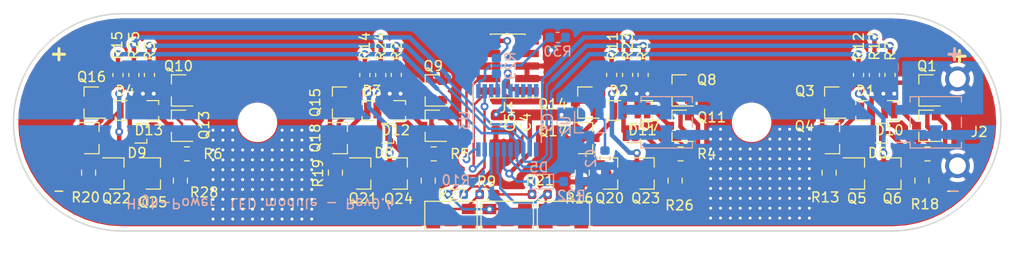
<source format=kicad_pcb>
(kicad_pcb (version 20171130) (host pcbnew "(5.1.2)-2")
  (layers (0 F.Cu signal) (31 B.Cu signal) (34 B.Paste user hide) (35 F.Paste user hide) (36 B.SilkS user) (37 F.SilkS user) (38 B.Mask user hide) (39 F.Mask user) (44 Edge.Cuts user))
  (net 0 "")
  (net 1 "Net-(Q1-Pad3)")
  (net 2 "Net-(Q3-Pad3)")
  (net 3 "Net-(Q5-Pad3)")
  (net 4 GND)
  (net 5 /B-_1)
  (net 6 /R-_1)
  (net 7 /G-_1)
  (net 8 /B-_2)
  (net 9 /R-_2)
  (net 10 /G-_2)
  (net 11 /B-_3)
  (net 12 /R-_3)
  (net 13 /G-_3)
  (net 14 /B-_4)
  (net 15 /R-_4)
  (net 16 /G-_4)
  (net 17 "Net-(Q1-Pad1)")
  (net 18 "Net-(Q3-Pad1)")
  (net 19 "Net-(Q5-Pad1)")
  (net 20 "Net-(Q11-Pad1)")
  (net 21 "Net-(Q12-Pad1)")
  (net 22 "Net-(Q10-Pad3)")
  (net 23 "Net-(Q14-Pad3)")
  (net 24 "Net-(Q15-Pad3)")
  (net 25 "Net-(Q16-Pad3)")
  (net 26 "Net-(Q20-Pad3)")
  (net 27 "Net-(Q21-Pad3)")
  (net 28 "Net-(Q22-Pad3)")
  (net 29 "Net-(Q12-Pad2)")
  (net 30 "Net-(Q10-Pad1)")
  (net 31 "Net-(Q15-Pad1)")
  (net 32 "Net-(Q16-Pad1)")
  (net 33 "Net-(Q21-Pad1)")
  (net 34 "Net-(Q22-Pad1)")
  (net 35 +3V3)
  (net 36 "Net-(Q11-Pad2)")
  (net 37 "Net-(Q14-Pad1)")
  (net 38 "Net-(Q20-Pad1)")
  (net 39 "Net-(J1-Pad10)")
  (net 40 "Net-(J1-Pad9)")
  (net 41 "Net-(J1-Pad8)")
  (net 42 "Net-(J1-Pad7)")
  (net 43 "Net-(J1-Pad6)")
  (net 44 "Net-(D5-Pad1)")
  (net 45 3V8)
  (net 46 /Microcontroller/SWCLK)
  (net 47 /Microcontroller/SWDIO)
  (net 48 VDC)
  (net 49 /Microcontroller/RESET)
  (net 50 "Net-(R30-Pad1)")
  (net 51 G)
  (net 52 B)
  (net 53 R)
  (net 54 "Net-(U3-Pad11)")
  (net 55 "Net-(U3-Pad10)")
  (net 56 "Net-(U3-Pad9)")
  (net 57 "Net-(U3-Pad8)")
  (net 58 "Net-(U3-Pad7)")
  (net 59 "Net-(U3-Pad6)")
  (net 60 "Net-(U3-Pad3)")
  (net 61 /Microcontroller/SW1)
  (net 62 /Microcontroller/SW2)
  (net 63 /Microcontroller/SW3)
  (module Logan:VIA-0.6mm (layer F.Cu) (at 170.6 119.7)
    (fp_text reference REF** hide)
    (fp_text value VIA-0.6mm)
    (pad 1 thru_hole circle (at 0 0) (size 0.6 0.6) (drill 0.3) (layers *.Cu) (net 4 GND))
  )
  (module Logan:VIA-0.6mm (layer F.Cu) (at 169.6 119.7)
    (fp_text reference REF** hide)
    (fp_text value VIA-0.6mm)
    (pad 1 thru_hole circle (at 0 0) (size 0.6 0.6) (drill 0.3) (layers *.Cu) (net 4 GND))
  )
  (module Logan:VIA-0.6mm (layer F.Cu) (at 168.6 119.7)
    (fp_text reference REF** hide)
    (fp_text value VIA-0.6mm)
    (pad 1 thru_hole circle (at 0 0) (size 0.6 0.6) (drill 0.3) (layers *.Cu) (net 4 GND))
  )
  (module Logan:VIA-0.6mm (layer F.Cu) (at 167.6 119.7)
    (fp_text reference REF** hide)
    (fp_text value VIA-0.6mm)
    (pad 1 thru_hole circle (at 0 0) (size 0.6 0.6) (drill 0.3) (layers *.Cu) (net 4 GND))
  )
  (module Logan:VIA-0.6mm (layer F.Cu) (at 166.6 119.7)
    (fp_text reference REF** hide)
    (fp_text value VIA-0.6mm)
    (pad 1 thru_hole circle (at 0 0) (size 0.6 0.6) (drill 0.3) (layers *.Cu) (net 4 GND))
  )
  (module Logan:VIA-0.6mm (layer F.Cu) (at 165.6 119.7)
    (fp_text reference REF** hide)
    (fp_text value VIA-0.6mm)
    (pad 1 thru_hole circle (at 0 0) (size 0.6 0.6) (drill 0.3) (layers *.Cu) (net 4 GND))
  )
  (module Logan:VIA-0.6mm (layer F.Cu) (at 164.6 119.7)
    (fp_text reference REF** hide)
    (fp_text value VIA-0.6mm)
    (pad 1 thru_hole circle (at 0 0) (size 0.6 0.6) (drill 0.3) (layers *.Cu) (net 4 GND))
  )
  (module Logan:VIA-0.6mm (layer F.Cu) (at 163.6 119.7)
    (fp_text reference REF** hide)
    (fp_text value VIA-0.6mm)
    (pad 1 thru_hole circle (at 0 0) (size 0.6 0.6) (drill 0.3) (layers *.Cu) (net 4 GND))
  )
  (module Logan:VIA-0.6mm (layer F.Cu) (at 162.6 119.7)
    (fp_text reference REF** hide)
    (fp_text value VIA-0.6mm)
    (pad 1 thru_hole circle (at 0 0) (size 0.6 0.6) (drill 0.3) (layers *.Cu) (net 4 GND))
  )
  (module Logan:VIA-0.6mm (layer F.Cu) (at 161.6 119.7)
    (fp_text reference REF** hide)
    (fp_text value VIA-0.6mm)
    (pad 1 thru_hole circle (at 0 0) (size 0.6 0.6) (drill 0.3) (layers *.Cu) (net 4 GND))
  )
  (module Logan:VIA-0.6mm (layer F.Cu) (at 160.6 119.7)
    (fp_text reference REF** hide)
    (fp_text value VIA-0.6mm)
    (pad 1 thru_hole circle (at 0 0) (size 0.6 0.6) (drill 0.3) (layers *.Cu) (net 4 GND))
  )
  (module Logan:VIA-0.6mm (layer F.Cu) (at 170.6 118.7)
    (fp_text reference REF** hide)
    (fp_text value VIA-0.6mm)
    (pad 1 thru_hole circle (at 0 0) (size 0.6 0.6) (drill 0.3) (layers *.Cu) (net 4 GND))
  )
  (module Logan:VIA-0.6mm (layer F.Cu) (at 169.6 118.7)
    (fp_text reference REF** hide)
    (fp_text value VIA-0.6mm)
    (pad 1 thru_hole circle (at 0 0) (size 0.6 0.6) (drill 0.3) (layers *.Cu) (net 4 GND))
  )
  (module Logan:VIA-0.6mm (layer F.Cu) (at 168.6 118.7)
    (fp_text reference REF** hide)
    (fp_text value VIA-0.6mm)
    (pad 1 thru_hole circle (at 0 0) (size 0.6 0.6) (drill 0.3) (layers *.Cu) (net 4 GND))
  )
  (module Logan:VIA-0.6mm (layer F.Cu) (at 167.6 118.7)
    (fp_text reference REF** hide)
    (fp_text value VIA-0.6mm)
    (pad 1 thru_hole circle (at 0 0) (size 0.6 0.6) (drill 0.3) (layers *.Cu) (net 4 GND))
  )
  (module Logan:VIA-0.6mm (layer F.Cu) (at 166.6 118.7)
    (fp_text reference REF** hide)
    (fp_text value VIA-0.6mm)
    (pad 1 thru_hole circle (at 0 0) (size 0.6 0.6) (drill 0.3) (layers *.Cu) (net 4 GND))
  )
  (module Logan:VIA-0.6mm (layer F.Cu) (at 165.6 118.7)
    (fp_text reference REF** hide)
    (fp_text value VIA-0.6mm)
    (pad 1 thru_hole circle (at 0 0) (size 0.6 0.6) (drill 0.3) (layers *.Cu) (net 4 GND))
  )
  (module Logan:VIA-0.6mm (layer F.Cu) (at 164.6 118.7)
    (fp_text reference REF** hide)
    (fp_text value VIA-0.6mm)
    (pad 1 thru_hole circle (at 0 0) (size 0.6 0.6) (drill 0.3) (layers *.Cu) (net 4 GND))
  )
  (module Logan:VIA-0.6mm (layer F.Cu) (at 163.6 118.7)
    (fp_text reference REF** hide)
    (fp_text value VIA-0.6mm)
    (pad 1 thru_hole circle (at 0 0) (size 0.6 0.6) (drill 0.3) (layers *.Cu) (net 4 GND))
  )
  (module Logan:VIA-0.6mm (layer F.Cu) (at 162.6 118.7)
    (fp_text reference REF** hide)
    (fp_text value VIA-0.6mm)
    (pad 1 thru_hole circle (at 0 0) (size 0.6 0.6) (drill 0.3) (layers *.Cu) (net 4 GND))
  )
  (module Logan:VIA-0.6mm (layer F.Cu) (at 161.6 118.7)
    (fp_text reference REF** hide)
    (fp_text value VIA-0.6mm)
    (pad 1 thru_hole circle (at 0 0) (size 0.6 0.6) (drill 0.3) (layers *.Cu) (net 4 GND))
  )
  (module Logan:VIA-0.6mm (layer F.Cu) (at 160.6 118.7)
    (fp_text reference REF** hide)
    (fp_text value VIA-0.6mm)
    (pad 1 thru_hole circle (at 0 0) (size 0.6 0.6) (drill 0.3) (layers *.Cu) (net 4 GND))
  )
  (module Logan:VIA-0.6mm (layer F.Cu) (at 170.6 117.7)
    (fp_text reference REF** hide)
    (fp_text value VIA-0.6mm)
    (pad 1 thru_hole circle (at 0 0) (size 0.6 0.6) (drill 0.3) (layers *.Cu) (net 4 GND))
  )
  (module Logan:VIA-0.6mm (layer F.Cu) (at 169.6 117.7)
    (fp_text reference REF** hide)
    (fp_text value VIA-0.6mm)
    (pad 1 thru_hole circle (at 0 0) (size 0.6 0.6) (drill 0.3) (layers *.Cu) (net 4 GND))
  )
  (module Logan:VIA-0.6mm (layer F.Cu) (at 168.6 117.7)
    (fp_text reference REF** hide)
    (fp_text value VIA-0.6mm)
    (pad 1 thru_hole circle (at 0 0) (size 0.6 0.6) (drill 0.3) (layers *.Cu) (net 4 GND))
  )
  (module Logan:VIA-0.6mm (layer F.Cu) (at 167.6 117.7)
    (fp_text reference REF** hide)
    (fp_text value VIA-0.6mm)
    (pad 1 thru_hole circle (at 0 0) (size 0.6 0.6) (drill 0.3) (layers *.Cu) (net 4 GND))
  )
  (module Logan:VIA-0.6mm (layer F.Cu) (at 166.6 117.7)
    (fp_text reference REF** hide)
    (fp_text value VIA-0.6mm)
    (pad 1 thru_hole circle (at 0 0) (size 0.6 0.6) (drill 0.3) (layers *.Cu) (net 4 GND))
  )
  (module Logan:VIA-0.6mm (layer F.Cu) (at 165.6 117.7)
    (fp_text reference REF** hide)
    (fp_text value VIA-0.6mm)
    (pad 1 thru_hole circle (at 0 0) (size 0.6 0.6) (drill 0.3) (layers *.Cu) (net 4 GND))
  )
  (module Logan:VIA-0.6mm (layer F.Cu) (at 164.6 117.7)
    (fp_text reference REF** hide)
    (fp_text value VIA-0.6mm)
    (pad 1 thru_hole circle (at 0 0) (size 0.6 0.6) (drill 0.3) (layers *.Cu) (net 4 GND))
  )
  (module Logan:VIA-0.6mm (layer F.Cu) (at 163.6 117.7)
    (fp_text reference REF** hide)
    (fp_text value VIA-0.6mm)
    (pad 1 thru_hole circle (at 0 0) (size 0.6 0.6) (drill 0.3) (layers *.Cu) (net 4 GND))
  )
  (module Logan:VIA-0.6mm (layer F.Cu) (at 162.6 117.7)
    (fp_text reference REF** hide)
    (fp_text value VIA-0.6mm)
    (pad 1 thru_hole circle (at 0 0) (size 0.6 0.6) (drill 0.3) (layers *.Cu) (net 4 GND))
  )
  (module Logan:VIA-0.6mm (layer F.Cu) (at 161.6 117.7)
    (fp_text reference REF** hide)
    (fp_text value VIA-0.6mm)
    (pad 1 thru_hole circle (at 0 0) (size 0.6 0.6) (drill 0.3) (layers *.Cu) (net 4 GND))
  )
  (module Logan:VIA-0.6mm (layer F.Cu) (at 160.6 117.7)
    (fp_text reference REF** hide)
    (fp_text value VIA-0.6mm)
    (pad 1 thru_hole circle (at 0 0) (size 0.6 0.6) (drill 0.3) (layers *.Cu) (net 4 GND))
  )
  (module Logan:VIA-0.6mm (layer F.Cu) (at 170.6 116.7)
    (fp_text reference REF** hide)
    (fp_text value VIA-0.6mm)
    (pad 1 thru_hole circle (at 0 0) (size 0.6 0.6) (drill 0.3) (layers *.Cu) (net 4 GND))
  )
  (module Logan:VIA-0.6mm (layer F.Cu) (at 169.6 116.7)
    (fp_text reference REF** hide)
    (fp_text value VIA-0.6mm)
    (pad 1 thru_hole circle (at 0 0) (size 0.6 0.6) (drill 0.3) (layers *.Cu) (net 4 GND))
  )
  (module Logan:VIA-0.6mm (layer F.Cu) (at 168.6 116.7)
    (fp_text reference REF** hide)
    (fp_text value VIA-0.6mm)
    (pad 1 thru_hole circle (at 0 0) (size 0.6 0.6) (drill 0.3) (layers *.Cu) (net 4 GND))
  )
  (module Logan:VIA-0.6mm (layer F.Cu) (at 167.6 116.7)
    (fp_text reference REF** hide)
    (fp_text value VIA-0.6mm)
    (pad 1 thru_hole circle (at 0 0) (size 0.6 0.6) (drill 0.3) (layers *.Cu) (net 4 GND))
  )
  (module Logan:VIA-0.6mm (layer F.Cu) (at 166.6 116.7)
    (fp_text reference REF** hide)
    (fp_text value VIA-0.6mm)
    (pad 1 thru_hole circle (at 0 0) (size 0.6 0.6) (drill 0.3) (layers *.Cu) (net 4 GND))
  )
  (module Logan:VIA-0.6mm (layer F.Cu) (at 165.6 116.7)
    (fp_text reference REF** hide)
    (fp_text value VIA-0.6mm)
    (pad 1 thru_hole circle (at 0 0) (size 0.6 0.6) (drill 0.3) (layers *.Cu) (net 4 GND))
  )
  (module Logan:VIA-0.6mm (layer F.Cu) (at 164.6 116.7)
    (fp_text reference REF** hide)
    (fp_text value VIA-0.6mm)
    (pad 1 thru_hole circle (at 0 0) (size 0.6 0.6) (drill 0.3) (layers *.Cu) (net 4 GND))
  )
  (module Logan:VIA-0.6mm (layer F.Cu) (at 163.6 116.7)
    (fp_text reference REF** hide)
    (fp_text value VIA-0.6mm)
    (pad 1 thru_hole circle (at 0 0) (size 0.6 0.6) (drill 0.3) (layers *.Cu) (net 4 GND))
  )
  (module Logan:VIA-0.6mm (layer F.Cu) (at 162.6 116.7)
    (fp_text reference REF** hide)
    (fp_text value VIA-0.6mm)
    (pad 1 thru_hole circle (at 0 0) (size 0.6 0.6) (drill 0.3) (layers *.Cu) (net 4 GND))
  )
  (module Logan:VIA-0.6mm (layer F.Cu) (at 161.6 116.7)
    (fp_text reference REF** hide)
    (fp_text value VIA-0.6mm)
    (pad 1 thru_hole circle (at 0 0) (size 0.6 0.6) (drill 0.3) (layers *.Cu) (net 4 GND))
  )
  (module Logan:VIA-0.6mm (layer F.Cu) (at 160.6 116.7)
    (fp_text reference REF** hide)
    (fp_text value VIA-0.6mm)
    (pad 1 thru_hole circle (at 0 0) (size 0.6 0.6) (drill 0.3) (layers *.Cu) (net 4 GND))
  )
  (module Logan:VIA-0.6mm (layer F.Cu) (at 170.6 115.7)
    (fp_text reference REF** hide)
    (fp_text value VIA-0.6mm)
    (pad 1 thru_hole circle (at 0 0) (size 0.6 0.6) (drill 0.3) (layers *.Cu) (net 4 GND))
  )
  (module Logan:VIA-0.6mm (layer F.Cu) (at 169.6 115.7)
    (fp_text reference REF** hide)
    (fp_text value VIA-0.6mm)
    (pad 1 thru_hole circle (at 0 0) (size 0.6 0.6) (drill 0.3) (layers *.Cu) (net 4 GND))
  )
  (module Logan:VIA-0.6mm (layer F.Cu) (at 168.6 115.7)
    (fp_text reference REF** hide)
    (fp_text value VIA-0.6mm)
    (pad 1 thru_hole circle (at 0 0) (size 0.6 0.6) (drill 0.3) (layers *.Cu) (net 4 GND))
  )
  (module Logan:VIA-0.6mm (layer F.Cu) (at 167.6 115.7)
    (fp_text reference REF** hide)
    (fp_text value VIA-0.6mm)
    (pad 1 thru_hole circle (at 0 0) (size 0.6 0.6) (drill 0.3) (layers *.Cu) (net 4 GND))
  )
  (module Logan:VIA-0.6mm (layer F.Cu) (at 166.6 115.7)
    (fp_text reference REF** hide)
    (fp_text value VIA-0.6mm)
    (pad 1 thru_hole circle (at 0 0) (size 0.6 0.6) (drill 0.3) (layers *.Cu) (net 4 GND))
  )
  (module Logan:VIA-0.6mm (layer F.Cu) (at 165.6 115.7)
    (fp_text reference REF** hide)
    (fp_text value VIA-0.6mm)
    (pad 1 thru_hole circle (at 0 0) (size 0.6 0.6) (drill 0.3) (layers *.Cu) (net 4 GND))
  )
  (module Logan:VIA-0.6mm (layer F.Cu) (at 164.6 115.7)
    (fp_text reference REF** hide)
    (fp_text value VIA-0.6mm)
    (pad 1 thru_hole circle (at 0 0) (size 0.6 0.6) (drill 0.3) (layers *.Cu) (net 4 GND))
  )
  (module Logan:VIA-0.6mm (layer F.Cu) (at 163.6 115.7)
    (fp_text reference REF** hide)
    (fp_text value VIA-0.6mm)
    (pad 1 thru_hole circle (at 0 0) (size 0.6 0.6) (drill 0.3) (layers *.Cu) (net 4 GND))
  )
  (module Logan:VIA-0.6mm (layer F.Cu) (at 162.6 115.7)
    (fp_text reference REF** hide)
    (fp_text value VIA-0.6mm)
    (pad 1 thru_hole circle (at 0 0) (size 0.6 0.6) (drill 0.3) (layers *.Cu) (net 4 GND))
  )
  (module Logan:VIA-0.6mm (layer F.Cu) (at 161.6 115.7)
    (fp_text reference REF** hide)
    (fp_text value VIA-0.6mm)
    (pad 1 thru_hole circle (at 0 0) (size 0.6 0.6) (drill 0.3) (layers *.Cu) (net 4 GND))
  )
  (module Logan:VIA-0.6mm (layer F.Cu) (at 160.6 115.7)
    (fp_text reference REF** hide)
    (fp_text value VIA-0.6mm)
    (pad 1 thru_hole circle (at 0 0) (size 0.6 0.6) (drill 0.3) (layers *.Cu) (net 4 GND))
  )
  (module Logan:VIA-0.6mm (layer F.Cu) (at 120.2 119.8)
    (fp_text reference REF** hide)
    (fp_text value VIA-0.6mm)
    (pad 1 thru_hole circle (at 0 0) (size 0.6 0.6) (drill 0.3) (layers *.Cu) (net 4 GND))
  )
  (module Logan:VIA-0.6mm (layer F.Cu) (at 119.2 119.8)
    (fp_text reference REF** hide)
    (fp_text value VIA-0.6mm)
    (pad 1 thru_hole circle (at 0 0) (size 0.6 0.6) (drill 0.3) (layers *.Cu) (net 4 GND))
  )
  (module Logan:VIA-0.6mm (layer F.Cu) (at 118.2 119.8)
    (fp_text reference REF** hide)
    (fp_text value VIA-0.6mm)
    (pad 1 thru_hole circle (at 0 0) (size 0.6 0.6) (drill 0.3) (layers *.Cu) (net 4 GND))
  )
  (module Logan:VIA-0.6mm (layer F.Cu) (at 117.2 119.8)
    (fp_text reference REF** hide)
    (fp_text value VIA-0.6mm)
    (pad 1 thru_hole circle (at 0 0) (size 0.6 0.6) (drill 0.3) (layers *.Cu) (net 4 GND))
  )
  (module Logan:VIA-0.6mm (layer F.Cu) (at 116.2 119.8)
    (fp_text reference REF** hide)
    (fp_text value VIA-0.6mm)
    (pad 1 thru_hole circle (at 0 0) (size 0.6 0.6) (drill 0.3) (layers *.Cu) (net 4 GND))
  )
  (module Logan:VIA-0.6mm (layer F.Cu) (at 115.2 119.8)
    (fp_text reference REF** hide)
    (fp_text value VIA-0.6mm)
    (pad 1 thru_hole circle (at 0 0) (size 0.6 0.6) (drill 0.3) (layers *.Cu) (net 4 GND))
  )
  (module Logan:VIA-0.6mm (layer F.Cu) (at 114.2 119.8)
    (fp_text reference REF** hide)
    (fp_text value VIA-0.6mm)
    (pad 1 thru_hole circle (at 0 0) (size 0.6 0.6) (drill 0.3) (layers *.Cu) (net 4 GND))
  )
  (module Logan:VIA-0.6mm (layer F.Cu) (at 113.2 119.8)
    (fp_text reference REF** hide)
    (fp_text value VIA-0.6mm)
    (pad 1 thru_hole circle (at 0 0) (size 0.6 0.6) (drill 0.3) (layers *.Cu) (net 4 GND))
  )
  (module Logan:VIA-0.6mm (layer F.Cu) (at 112.2 119.8)
    (fp_text reference REF** hide)
    (fp_text value VIA-0.6mm)
    (pad 1 thru_hole circle (at 0 0) (size 0.6 0.6) (drill 0.3) (layers *.Cu) (net 4 GND))
  )
  (module Logan:VIA-0.6mm (layer F.Cu) (at 111.2 119.8)
    (fp_text reference REF** hide)
    (fp_text value VIA-0.6mm)
    (pad 1 thru_hole circle (at 0 0) (size 0.6 0.6) (drill 0.3) (layers *.Cu) (net 4 GND))
  )
  (module Logan:VIA-0.6mm (layer F.Cu) (at 110.2 119.8)
    (fp_text reference REF** hide)
    (fp_text value VIA-0.6mm)
    (pad 1 thru_hole circle (at 0 0) (size 0.6 0.6) (drill 0.3) (layers *.Cu) (net 4 GND))
  )
  (module Logan:VIA-0.6mm (layer F.Cu) (at 120.2 118.8)
    (fp_text reference REF** hide)
    (fp_text value VIA-0.6mm)
    (pad 1 thru_hole circle (at 0 0) (size 0.6 0.6) (drill 0.3) (layers *.Cu) (net 4 GND))
  )
  (module Logan:VIA-0.6mm (layer F.Cu) (at 119.2 118.8)
    (fp_text reference REF** hide)
    (fp_text value VIA-0.6mm)
    (pad 1 thru_hole circle (at 0 0) (size 0.6 0.6) (drill 0.3) (layers *.Cu) (net 4 GND))
  )
  (module Logan:VIA-0.6mm (layer F.Cu) (at 118.2 118.8)
    (fp_text reference REF** hide)
    (fp_text value VIA-0.6mm)
    (pad 1 thru_hole circle (at 0 0) (size 0.6 0.6) (drill 0.3) (layers *.Cu) (net 4 GND))
  )
  (module Logan:VIA-0.6mm (layer F.Cu) (at 117.2 118.8)
    (fp_text reference REF** hide)
    (fp_text value VIA-0.6mm)
    (pad 1 thru_hole circle (at 0 0) (size 0.6 0.6) (drill 0.3) (layers *.Cu) (net 4 GND))
  )
  (module Logan:VIA-0.6mm (layer F.Cu) (at 116.2 118.8)
    (fp_text reference REF** hide)
    (fp_text value VIA-0.6mm)
    (pad 1 thru_hole circle (at 0 0) (size 0.6 0.6) (drill 0.3) (layers *.Cu) (net 4 GND))
  )
  (module Logan:VIA-0.6mm (layer F.Cu) (at 115.2 118.8)
    (fp_text reference REF** hide)
    (fp_text value VIA-0.6mm)
    (pad 1 thru_hole circle (at 0 0) (size 0.6 0.6) (drill 0.3) (layers *.Cu) (net 4 GND))
  )
  (module Logan:VIA-0.6mm (layer F.Cu) (at 114.2 118.8)
    (fp_text reference REF** hide)
    (fp_text value VIA-0.6mm)
    (pad 1 thru_hole circle (at 0 0) (size 0.6 0.6) (drill 0.3) (layers *.Cu) (net 4 GND))
  )
  (module Logan:VIA-0.6mm (layer F.Cu) (at 113.2 118.8)
    (fp_text reference REF** hide)
    (fp_text value VIA-0.6mm)
    (pad 1 thru_hole circle (at 0 0) (size 0.6 0.6) (drill 0.3) (layers *.Cu) (net 4 GND))
  )
  (module Logan:VIA-0.6mm (layer F.Cu) (at 112.2 118.8)
    (fp_text reference REF** hide)
    (fp_text value VIA-0.6mm)
    (pad 1 thru_hole circle (at 0 0) (size 0.6 0.6) (drill 0.3) (layers *.Cu) (net 4 GND))
  )
  (module Logan:VIA-0.6mm (layer F.Cu) (at 111.2 118.8)
    (fp_text reference REF** hide)
    (fp_text value VIA-0.6mm)
    (pad 1 thru_hole circle (at 0 0) (size 0.6 0.6) (drill 0.3) (layers *.Cu) (net 4 GND))
  )
  (module Logan:VIA-0.6mm (layer F.Cu) (at 110.2 118.8)
    (fp_text reference REF** hide)
    (fp_text value VIA-0.6mm)
    (pad 1 thru_hole circle (at 0 0) (size 0.6 0.6) (drill 0.3) (layers *.Cu) (net 4 GND))
  )
  (module Logan:VIA-0.6mm (layer F.Cu) (at 120.2 117.8)
    (fp_text reference REF** hide)
    (fp_text value VIA-0.6mm)
    (pad 1 thru_hole circle (at 0 0) (size 0.6 0.6) (drill 0.3) (layers *.Cu) (net 4 GND))
  )
  (module Logan:VIA-0.6mm (layer F.Cu) (at 119.2 117.8)
    (fp_text reference REF** hide)
    (fp_text value VIA-0.6mm)
    (pad 1 thru_hole circle (at 0 0) (size 0.6 0.6) (drill 0.3) (layers *.Cu) (net 4 GND))
  )
  (module Logan:VIA-0.6mm (layer F.Cu) (at 118.2 117.8)
    (fp_text reference REF** hide)
    (fp_text value VIA-0.6mm)
    (pad 1 thru_hole circle (at 0 0) (size 0.6 0.6) (drill 0.3) (layers *.Cu) (net 4 GND))
  )
  (module Logan:VIA-0.6mm (layer F.Cu) (at 117.2 117.8)
    (fp_text reference REF** hide)
    (fp_text value VIA-0.6mm)
    (pad 1 thru_hole circle (at 0 0) (size 0.6 0.6) (drill 0.3) (layers *.Cu) (net 4 GND))
  )
  (module Logan:VIA-0.6mm (layer F.Cu) (at 116.2 117.8)
    (fp_text reference REF** hide)
    (fp_text value VIA-0.6mm)
    (pad 1 thru_hole circle (at 0 0) (size 0.6 0.6) (drill 0.3) (layers *.Cu) (net 4 GND))
  )
  (module Logan:VIA-0.6mm (layer F.Cu) (at 115.2 117.8)
    (fp_text reference REF** hide)
    (fp_text value VIA-0.6mm)
    (pad 1 thru_hole circle (at 0 0) (size 0.6 0.6) (drill 0.3) (layers *.Cu) (net 4 GND))
  )
  (module Logan:VIA-0.6mm (layer F.Cu) (at 114.2 117.8)
    (fp_text reference REF** hide)
    (fp_text value VIA-0.6mm)
    (pad 1 thru_hole circle (at 0 0) (size 0.6 0.6) (drill 0.3) (layers *.Cu) (net 4 GND))
  )
  (module Logan:VIA-0.6mm (layer F.Cu) (at 113.2 117.8)
    (fp_text reference REF** hide)
    (fp_text value VIA-0.6mm)
    (pad 1 thru_hole circle (at 0 0) (size 0.6 0.6) (drill 0.3) (layers *.Cu) (net 4 GND))
  )
  (module Logan:VIA-0.6mm (layer F.Cu) (at 112.2 117.8)
    (fp_text reference REF** hide)
    (fp_text value VIA-0.6mm)
    (pad 1 thru_hole circle (at 0 0) (size 0.6 0.6) (drill 0.3) (layers *.Cu) (net 4 GND))
  )
  (module Logan:VIA-0.6mm (layer F.Cu) (at 111.2 117.8)
    (fp_text reference REF** hide)
    (fp_text value VIA-0.6mm)
    (pad 1 thru_hole circle (at 0 0) (size 0.6 0.6) (drill 0.3) (layers *.Cu) (net 4 GND))
  )
  (module Logan:VIA-0.6mm (layer F.Cu) (at 110.2 117.8)
    (fp_text reference REF** hide)
    (fp_text value VIA-0.6mm)
    (pad 1 thru_hole circle (at 0 0) (size 0.6 0.6) (drill 0.3) (layers *.Cu) (net 4 GND))
  )
  (module Logan:VIA-0.6mm (layer F.Cu) (at 120.2 116.8)
    (fp_text reference REF** hide)
    (fp_text value VIA-0.6mm)
    (pad 1 thru_hole circle (at 0 0) (size 0.6 0.6) (drill 0.3) (layers *.Cu) (net 4 GND))
  )
  (module Logan:VIA-0.6mm (layer F.Cu) (at 119.2 116.8)
    (fp_text reference REF** hide)
    (fp_text value VIA-0.6mm)
    (pad 1 thru_hole circle (at 0 0) (size 0.6 0.6) (drill 0.3) (layers *.Cu) (net 4 GND))
  )
  (module Logan:VIA-0.6mm (layer F.Cu) (at 118.2 116.8)
    (fp_text reference REF** hide)
    (fp_text value VIA-0.6mm)
    (pad 1 thru_hole circle (at 0 0) (size 0.6 0.6) (drill 0.3) (layers *.Cu) (net 4 GND))
  )
  (module Logan:VIA-0.6mm (layer F.Cu) (at 117.2 116.8)
    (fp_text reference REF** hide)
    (fp_text value VIA-0.6mm)
    (pad 1 thru_hole circle (at 0 0) (size 0.6 0.6) (drill 0.3) (layers *.Cu) (net 4 GND))
  )
  (module Logan:VIA-0.6mm (layer F.Cu) (at 116.2 116.8)
    (fp_text reference REF** hide)
    (fp_text value VIA-0.6mm)
    (pad 1 thru_hole circle (at 0 0) (size 0.6 0.6) (drill 0.3) (layers *.Cu) (net 4 GND))
  )
  (module Logan:VIA-0.6mm (layer F.Cu) (at 115.2 116.8)
    (fp_text reference REF** hide)
    (fp_text value VIA-0.6mm)
    (pad 1 thru_hole circle (at 0 0) (size 0.6 0.6) (drill 0.3) (layers *.Cu) (net 4 GND))
  )
  (module Logan:VIA-0.6mm (layer F.Cu) (at 114.2 116.8)
    (fp_text reference REF** hide)
    (fp_text value VIA-0.6mm)
    (pad 1 thru_hole circle (at 0 0) (size 0.6 0.6) (drill 0.3) (layers *.Cu) (net 4 GND))
  )
  (module Logan:VIA-0.6mm (layer F.Cu) (at 113.2 116.8)
    (fp_text reference REF** hide)
    (fp_text value VIA-0.6mm)
    (pad 1 thru_hole circle (at 0 0) (size 0.6 0.6) (drill 0.3) (layers *.Cu) (net 4 GND))
  )
  (module Logan:VIA-0.6mm (layer F.Cu) (at 112.2 116.8)
    (fp_text reference REF** hide)
    (fp_text value VIA-0.6mm)
    (pad 1 thru_hole circle (at 0 0) (size 0.6 0.6) (drill 0.3) (layers *.Cu) (net 4 GND))
  )
  (module Logan:VIA-0.6mm (layer F.Cu) (at 111.2 116.8)
    (fp_text reference REF** hide)
    (fp_text value VIA-0.6mm)
    (pad 1 thru_hole circle (at 0 0) (size 0.6 0.6) (drill 0.3) (layers *.Cu) (net 4 GND))
  )
  (module Logan:VIA-0.6mm (layer F.Cu) (at 110.2 116.8)
    (fp_text reference REF** hide)
    (fp_text value VIA-0.6mm)
    (pad 1 thru_hole circle (at 0 0) (size 0.6 0.6) (drill 0.3) (layers *.Cu) (net 4 GND))
  )
  (module Logan:VIA-0.6mm (layer F.Cu) (at 120.2 115.8)
    (fp_text reference REF** hide)
    (fp_text value VIA-0.6mm)
    (pad 1 thru_hole circle (at 0 0) (size 0.6 0.6) (drill 0.3) (layers *.Cu) (net 4 GND))
  )
  (module Logan:VIA-0.6mm (layer F.Cu) (at 119.2 115.8)
    (fp_text reference REF** hide)
    (fp_text value VIA-0.6mm)
    (pad 1 thru_hole circle (at 0 0) (size 0.6 0.6) (drill 0.3) (layers *.Cu) (net 4 GND))
  )
  (module Logan:VIA-0.6mm (layer F.Cu) (at 118.2 115.8)
    (fp_text reference REF** hide)
    (fp_text value VIA-0.6mm)
    (pad 1 thru_hole circle (at 0 0) (size 0.6 0.6) (drill 0.3) (layers *.Cu) (net 4 GND))
  )
  (module Logan:VIA-0.6mm (layer F.Cu) (at 117.2 115.8)
    (fp_text reference REF** hide)
    (fp_text value VIA-0.6mm)
    (pad 1 thru_hole circle (at 0 0) (size 0.6 0.6) (drill 0.3) (layers *.Cu) (net 4 GND))
  )
  (module Logan:VIA-0.6mm (layer F.Cu) (at 116.2 115.8)
    (fp_text reference REF** hide)
    (fp_text value VIA-0.6mm)
    (pad 1 thru_hole circle (at 0 0) (size 0.6 0.6) (drill 0.3) (layers *.Cu) (net 4 GND))
  )
  (module Logan:VIA-0.6mm (layer F.Cu) (at 115.2 115.8)
    (fp_text reference REF** hide)
    (fp_text value VIA-0.6mm)
    (pad 1 thru_hole circle (at 0 0) (size 0.6 0.6) (drill 0.3) (layers *.Cu) (net 4 GND))
  )
  (module Logan:VIA-0.6mm (layer F.Cu) (at 114.2 115.8)
    (fp_text reference REF** hide)
    (fp_text value VIA-0.6mm)
    (pad 1 thru_hole circle (at 0 0) (size 0.6 0.6) (drill 0.3) (layers *.Cu) (net 4 GND))
  )
  (module Logan:VIA-0.6mm (layer F.Cu) (at 113.2 115.8)
    (fp_text reference REF** hide)
    (fp_text value VIA-0.6mm)
    (pad 1 thru_hole circle (at 0 0) (size 0.6 0.6) (drill 0.3) (layers *.Cu) (net 4 GND))
  )
  (module Logan:VIA-0.6mm (layer F.Cu) (at 112.2 115.8)
    (fp_text reference REF** hide)
    (fp_text value VIA-0.6mm)
    (pad 1 thru_hole circle (at 0 0) (size 0.6 0.6) (drill 0.3) (layers *.Cu) (net 4 GND))
  )
  (module Logan:VIA-0.6mm (layer F.Cu) (at 111.2 115.8)
    (fp_text reference REF** hide)
    (fp_text value VIA-0.6mm)
    (pad 1 thru_hole circle (at 0 0) (size 0.6 0.6) (drill 0.3) (layers *.Cu) (net 4 GND))
  )
  (module Logan:VIA-0.6mm (layer F.Cu) (at 110.2 115.8)
    (fp_text reference REF** hide)
    (fp_text value VIA-0.6mm)
    (pad 1 thru_hole circle (at 0 0) (size 0.6 0.6) (drill 0.3) (layers *.Cu) (net 4 GND))
  )
  (module MountingHole:MountingHole_3.2mm_M3 (layer F.Cu) (at 114.7 110)
    (fp_text reference H1 hide)
    (fp_text value MountingHole)
    (pad 1 np_thru_hole circle (at 0 0) (size 3.2 3.2) (drill 3.2) (layers *.Cu *.Mask))
  )
  (module Logan:VIA-0.6mm (layer F.Cu) (at 168.6 114.7)
    (fp_text reference REF** hide)
    (fp_text value VIA-0.6mm)
    (pad 1 thru_hole circle (at 0 0) (size 0.6 0.6) (drill 0.3) (layers *.Cu) (net 4 GND))
  )
  (module Logan:VIA-0.6mm (layer F.Cu) (at 167.6 114.7)
    (fp_text reference REF** hide)
    (fp_text value VIA-0.6mm)
    (pad 1 thru_hole circle (at 0 0) (size 0.6 0.6) (drill 0.3) (layers *.Cu) (net 4 GND))
  )
  (module Logan:VIA-0.6mm (layer F.Cu) (at 166.6 114.7)
    (fp_text reference REF** hide)
    (fp_text value VIA-0.6mm)
    (pad 1 thru_hole circle (at 0 0) (size 0.6 0.6) (drill 0.3) (layers *.Cu) (net 4 GND))
  )
  (module Logan:VIA-0.6mm (layer F.Cu) (at 165.6 114.7)
    (fp_text reference REF** hide)
    (fp_text value VIA-0.6mm)
    (pad 1 thru_hole circle (at 0 0) (size 0.6 0.6) (drill 0.3) (layers *.Cu) (net 4 GND))
  )
  (module Logan:VIA-0.6mm (layer F.Cu) (at 164.6 114.7)
    (fp_text reference REF** hide)
    (fp_text value VIA-0.6mm)
    (pad 1 thru_hole circle (at 0 0) (size 0.6 0.6) (drill 0.3) (layers *.Cu) (net 4 GND))
  )
  (module Logan:VIA-0.6mm (layer F.Cu) (at 163.6 114.7)
    (fp_text reference REF** hide)
    (fp_text value VIA-0.6mm)
    (pad 1 thru_hole circle (at 0 0) (size 0.6 0.6) (drill 0.3) (layers *.Cu) (net 4 GND))
  )
  (module Logan:VIA-0.6mm (layer F.Cu) (at 162.6 114.7)
    (fp_text reference REF** hide)
    (fp_text value VIA-0.6mm)
    (pad 1 thru_hole circle (at 0 0) (size 0.6 0.6) (drill 0.3) (layers *.Cu) (net 4 GND))
  )
  (module Logan:VIA-0.6mm (layer F.Cu) (at 161.6 114.7)
    (fp_text reference REF** hide)
    (fp_text value VIA-0.6mm)
    (pad 1 thru_hole circle (at 0 0) (size 0.6 0.6) (drill 0.3) (layers *.Cu) (net 4 GND))
  )
  (module Logan:VIA-0.6mm (layer F.Cu) (at 160.6 114.7)
    (fp_text reference REF** hide)
    (fp_text value VIA-0.6mm)
    (pad 1 thru_hole circle (at 0 0) (size 0.6 0.6) (drill 0.3) (layers *.Cu) (net 4 GND))
  )
  (module Logan:VIA-0.6mm (layer F.Cu) (at 120.2 114.8)
    (fp_text reference REF** hide)
    (fp_text value VIA-0.6mm)
    (pad 1 thru_hole circle (at 0 0) (size 0.6 0.6) (drill 0.3) (layers *.Cu) (net 4 GND))
  )
  (module Logan:VIA-0.6mm (layer F.Cu) (at 168.6 113.7)
    (fp_text reference REF** hide)
    (fp_text value VIA-0.6mm)
    (pad 1 thru_hole circle (at 0 0) (size 0.6 0.6) (drill 0.3) (layers *.Cu) (net 4 GND))
  )
  (module Logan:VIA-0.6mm (layer F.Cu) (at 167.6 113.7)
    (fp_text reference REF** hide)
    (fp_text value VIA-0.6mm)
    (pad 1 thru_hole circle (at 0 0) (size 0.6 0.6) (drill 0.3) (layers *.Cu) (net 4 GND))
  )
  (module Logan:VIA-0.6mm (layer F.Cu) (at 166.6 113.7)
    (fp_text reference REF** hide)
    (fp_text value VIA-0.6mm)
    (pad 1 thru_hole circle (at 0 0) (size 0.6 0.6) (drill 0.3) (layers *.Cu) (net 4 GND))
  )
  (module Logan:VIA-0.6mm (layer F.Cu) (at 165.6 113.7)
    (fp_text reference REF** hide)
    (fp_text value VIA-0.6mm)
    (pad 1 thru_hole circle (at 0 0) (size 0.6 0.6) (drill 0.3) (layers *.Cu) (net 4 GND))
  )
  (module Logan:VIA-0.6mm (layer F.Cu) (at 164.6 113.7)
    (fp_text reference REF** hide)
    (fp_text value VIA-0.6mm)
    (pad 1 thru_hole circle (at 0 0) (size 0.6 0.6) (drill 0.3) (layers *.Cu) (net 4 GND))
  )
  (module Logan:VIA-0.6mm (layer F.Cu) (at 163.6 113.7)
    (fp_text reference REF** hide)
    (fp_text value VIA-0.6mm)
    (pad 1 thru_hole circle (at 0 0) (size 0.6 0.6) (drill 0.3) (layers *.Cu) (net 4 GND))
  )
  (module Logan:VIA-0.6mm (layer F.Cu) (at 162.6 113.7)
    (fp_text reference REF** hide)
    (fp_text value VIA-0.6mm)
    (pad 1 thru_hole circle (at 0 0) (size 0.6 0.6) (drill 0.3) (layers *.Cu) (net 4 GND))
  )
  (module Logan:VIA-0.6mm (layer F.Cu) (at 161.6 113.7)
    (fp_text reference REF** hide)
    (fp_text value VIA-0.6mm)
    (pad 1 thru_hole circle (at 0 0) (size 0.6 0.6) (drill 0.3) (layers *.Cu) (net 4 GND))
  )
  (module Logan:VIA-0.6mm (layer F.Cu) (at 160.6 113.7)
    (fp_text reference REF** hide)
    (fp_text value VIA-0.6mm)
    (pad 1 thru_hole circle (at 0 0) (size 0.6 0.6) (drill 0.3) (layers *.Cu) (net 4 GND))
  )
  (module Logan:VIA-0.6mm (layer F.Cu) (at 120.2 113.8)
    (fp_text reference REF** hide)
    (fp_text value VIA-0.6mm)
    (pad 1 thru_hole circle (at 0 0) (size 0.6 0.6) (drill 0.3) (layers *.Cu) (net 4 GND))
  )
  (module Logan:VIA-0.6mm (layer F.Cu) (at 168.6 112.7)
    (fp_text reference REF** hide)
    (fp_text value VIA-0.6mm)
    (pad 1 thru_hole circle (at 0 0) (size 0.6 0.6) (drill 0.3) (layers *.Cu) (net 4 GND))
  )
  (module Logan:VIA-0.6mm (layer F.Cu) (at 167.6 112.7)
    (fp_text reference REF** hide)
    (fp_text value VIA-0.6mm)
    (pad 1 thru_hole circle (at 0 0) (size 0.6 0.6) (drill 0.3) (layers *.Cu) (net 4 GND))
  )
  (module Logan:VIA-0.6mm (layer F.Cu) (at 166.6 112.7)
    (fp_text reference REF** hide)
    (fp_text value VIA-0.6mm)
    (pad 1 thru_hole circle (at 0 0) (size 0.6 0.6) (drill 0.3) (layers *.Cu) (net 4 GND))
  )
  (module Logan:VIA-0.6mm (layer F.Cu) (at 165.6 112.7)
    (fp_text reference REF** hide)
    (fp_text value VIA-0.6mm)
    (pad 1 thru_hole circle (at 0 0) (size 0.6 0.6) (drill 0.3) (layers *.Cu) (net 4 GND))
  )
  (module Logan:VIA-0.6mm (layer F.Cu) (at 164.6 112.7)
    (fp_text reference REF** hide)
    (fp_text value VIA-0.6mm)
    (pad 1 thru_hole circle (at 0 0) (size 0.6 0.6) (drill 0.3) (layers *.Cu) (net 4 GND))
  )
  (module Logan:VIA-0.6mm (layer F.Cu) (at 163.6 112.7)
    (fp_text reference REF** hide)
    (fp_text value VIA-0.6mm)
    (pad 1 thru_hole circle (at 0 0) (size 0.6 0.6) (drill 0.3) (layers *.Cu) (net 4 GND))
  )
  (module Logan:VIA-0.6mm (layer F.Cu) (at 162.6 112.7)
    (fp_text reference REF** hide)
    (fp_text value VIA-0.6mm)
    (pad 1 thru_hole circle (at 0 0) (size 0.6 0.6) (drill 0.3) (layers *.Cu) (net 4 GND))
  )
  (module Logan:VIA-0.6mm (layer F.Cu) (at 161.6 112.7)
    (fp_text reference REF** hide)
    (fp_text value VIA-0.6mm)
    (pad 1 thru_hole circle (at 0 0) (size 0.6 0.6) (drill 0.3) (layers *.Cu) (net 4 GND))
  )
  (module Logan:VIA-0.6mm (layer F.Cu) (at 160.6 112.7)
    (fp_text reference REF** hide)
    (fp_text value VIA-0.6mm)
    (pad 1 thru_hole circle (at 0 0) (size 0.6 0.6) (drill 0.3) (layers *.Cu) (net 4 GND))
  )
  (module Logan:VIA-0.6mm (layer F.Cu) (at 120.2 112.8)
    (fp_text reference REF** hide)
    (fp_text value VIA-0.6mm)
    (pad 1 thru_hole circle (at 0 0) (size 0.6 0.6) (drill 0.3) (layers *.Cu) (net 4 GND))
  )
  (module Logan:VIA-0.6mm (layer F.Cu) (at 168.6 111.7)
    (fp_text reference REF** hide)
    (fp_text value VIA-0.6mm)
    (pad 1 thru_hole circle (at 0 0) (size 0.6 0.6) (drill 0.3) (layers *.Cu) (net 4 GND))
  )
  (module Logan:VIA-0.6mm (layer F.Cu) (at 167.6 111.7)
    (fp_text reference REF** hide)
    (fp_text value VIA-0.6mm)
    (pad 1 thru_hole circle (at 0 0) (size 0.6 0.6) (drill 0.3) (layers *.Cu) (net 4 GND))
  )
  (module Logan:VIA-0.6mm (layer F.Cu) (at 166.6 111.7)
    (fp_text reference REF** hide)
    (fp_text value VIA-0.6mm)
    (pad 1 thru_hole circle (at 0 0) (size 0.6 0.6) (drill 0.3) (layers *.Cu) (net 4 GND))
  )
  (module Logan:VIA-0.6mm (layer F.Cu) (at 162.6 111.7)
    (fp_text reference REF** hide)
    (fp_text value VIA-0.6mm)
    (pad 1 thru_hole circle (at 0 0) (size 0.6 0.6) (drill 0.3) (layers *.Cu) (net 4 GND))
  )
  (module Logan:VIA-0.6mm (layer F.Cu) (at 161.6 111.7)
    (fp_text reference REF** hide)
    (fp_text value VIA-0.6mm)
    (pad 1 thru_hole circle (at 0 0) (size 0.6 0.6) (drill 0.3) (layers *.Cu) (net 4 GND))
  )
  (module Logan:VIA-0.6mm (layer F.Cu) (at 160.6 111.7)
    (fp_text reference REF** hide)
    (fp_text value VIA-0.6mm)
    (pad 1 thru_hole circle (at 0 0) (size 0.6 0.6) (drill 0.3) (layers *.Cu) (net 4 GND))
  )
  (module Logan:VIA-0.6mm (layer F.Cu) (at 120.2 111.8)
    (fp_text reference REF** hide)
    (fp_text value VIA-0.6mm)
    (pad 1 thru_hole circle (at 0 0) (size 0.6 0.6) (drill 0.3) (layers *.Cu) (net 4 GND))
  )
  (module Logan:VIA-0.6mm (layer F.Cu) (at 168.6 110.7)
    (fp_text reference REF** hide)
    (fp_text value VIA-0.6mm)
    (pad 1 thru_hole circle (at 0 0) (size 0.6 0.6) (drill 0.3) (layers *.Cu) (net 4 GND))
  )
  (module Logan:VIA-0.6mm (layer F.Cu) (at 167.6 110.7)
    (fp_text reference REF** hide)
    (fp_text value VIA-0.6mm)
    (pad 1 thru_hole circle (at 0 0) (size 0.6 0.6) (drill 0.3) (layers *.Cu) (net 4 GND))
  )
  (module Logan:VIA-0.6mm (layer F.Cu) (at 161.6 110.7)
    (fp_text reference REF** hide)
    (fp_text value VIA-0.6mm)
    (pad 1 thru_hole circle (at 0 0) (size 0.6 0.6) (drill 0.3) (layers *.Cu) (net 4 GND))
  )
  (module Logan:VIA-0.6mm (layer F.Cu) (at 160.6 110.7)
    (fp_text reference REF** hide)
    (fp_text value VIA-0.6mm)
    (pad 1 thru_hole circle (at 0 0) (size 0.6 0.6) (drill 0.3) (layers *.Cu) (net 4 GND))
  )
  (module Logan:VIA-0.6mm (layer F.Cu) (at 120.2 110.8)
    (fp_text reference REF** hide)
    (fp_text value VIA-0.6mm)
    (pad 1 thru_hole circle (at 0 0) (size 0.6 0.6) (drill 0.3) (layers *.Cu) (net 4 GND))
  )
  (module Logan:VIA-0.6mm (layer F.Cu) (at 170.6 114.7)
    (fp_text reference REF** hide)
    (fp_text value VIA-0.6mm)
    (pad 1 thru_hole circle (at 0 0) (size 0.6 0.6) (drill 0.3) (layers *.Cu) (net 4 GND))
  )
  (module Logan:VIA-0.6mm (layer F.Cu) (at 169.6 114.7)
    (fp_text reference REF** hide)
    (fp_text value VIA-0.6mm)
    (pad 1 thru_hole circle (at 0 0) (size 0.6 0.6) (drill 0.3) (layers *.Cu) (net 4 GND))
  )
  (module Logan:VIA-0.6mm (layer F.Cu) (at 119.2 114.8)
    (fp_text reference REF** hide)
    (fp_text value VIA-0.6mm)
    (pad 1 thru_hole circle (at 0 0) (size 0.6 0.6) (drill 0.3) (layers *.Cu) (net 4 GND))
  )
  (module Logan:VIA-0.6mm (layer F.Cu) (at 118.2 114.8)
    (fp_text reference REF** hide)
    (fp_text value VIA-0.6mm)
    (pad 1 thru_hole circle (at 0 0) (size 0.6 0.6) (drill 0.3) (layers *.Cu) (net 4 GND))
  )
  (module Logan:VIA-0.6mm (layer F.Cu) (at 117.2 114.8)
    (fp_text reference REF** hide)
    (fp_text value VIA-0.6mm)
    (pad 1 thru_hole circle (at 0 0) (size 0.6 0.6) (drill 0.3) (layers *.Cu) (net 4 GND))
  )
  (module Logan:VIA-0.6mm (layer F.Cu) (at 116.2 114.8)
    (fp_text reference REF** hide)
    (fp_text value VIA-0.6mm)
    (pad 1 thru_hole circle (at 0 0) (size 0.6 0.6) (drill 0.3) (layers *.Cu) (net 4 GND))
  )
  (module Logan:VIA-0.6mm (layer F.Cu) (at 115.2 114.8)
    (fp_text reference REF** hide)
    (fp_text value VIA-0.6mm)
    (pad 1 thru_hole circle (at 0 0) (size 0.6 0.6) (drill 0.3) (layers *.Cu) (net 4 GND))
  )
  (module Logan:VIA-0.6mm (layer F.Cu) (at 170.6 113.7)
    (fp_text reference REF** hide)
    (fp_text value VIA-0.6mm)
    (pad 1 thru_hole circle (at 0 0) (size 0.6 0.6) (drill 0.3) (layers *.Cu) (net 4 GND))
  )
  (module Logan:VIA-0.6mm (layer F.Cu) (at 169.6 113.7)
    (fp_text reference REF** hide)
    (fp_text value VIA-0.6mm)
    (pad 1 thru_hole circle (at 0 0) (size 0.6 0.6) (drill 0.3) (layers *.Cu) (net 4 GND))
  )
  (module Logan:VIA-0.6mm (layer F.Cu) (at 119.2 113.8)
    (fp_text reference REF** hide)
    (fp_text value VIA-0.6mm)
    (pad 1 thru_hole circle (at 0 0) (size 0.6 0.6) (drill 0.3) (layers *.Cu) (net 4 GND))
  )
  (module Logan:VIA-0.6mm (layer F.Cu) (at 118.2 113.8)
    (fp_text reference REF** hide)
    (fp_text value VIA-0.6mm)
    (pad 1 thru_hole circle (at 0 0) (size 0.6 0.6) (drill 0.3) (layers *.Cu) (net 4 GND))
  )
  (module Logan:VIA-0.6mm (layer F.Cu) (at 117.2 113.8)
    (fp_text reference REF** hide)
    (fp_text value VIA-0.6mm)
    (pad 1 thru_hole circle (at 0 0) (size 0.6 0.6) (drill 0.3) (layers *.Cu) (net 4 GND))
  )
  (module Logan:VIA-0.6mm (layer F.Cu) (at 116.2 113.8)
    (fp_text reference REF** hide)
    (fp_text value VIA-0.6mm)
    (pad 1 thru_hole circle (at 0 0) (size 0.6 0.6) (drill 0.3) (layers *.Cu) (net 4 GND))
  )
  (module Logan:VIA-0.6mm (layer F.Cu) (at 115.2 113.8)
    (fp_text reference REF** hide)
    (fp_text value VIA-0.6mm)
    (pad 1 thru_hole circle (at 0 0) (size 0.6 0.6) (drill 0.3) (layers *.Cu) (net 4 GND))
  )
  (module Logan:VIA-0.6mm (layer F.Cu) (at 170.6 112.7)
    (fp_text reference REF** hide)
    (fp_text value VIA-0.6mm)
    (pad 1 thru_hole circle (at 0 0) (size 0.6 0.6) (drill 0.3) (layers *.Cu) (net 4 GND))
  )
  (module Logan:VIA-0.6mm (layer F.Cu) (at 169.6 112.7)
    (fp_text reference REF** hide)
    (fp_text value VIA-0.6mm)
    (pad 1 thru_hole circle (at 0 0) (size 0.6 0.6) (drill 0.3) (layers *.Cu) (net 4 GND))
  )
  (module Logan:VIA-0.6mm (layer F.Cu) (at 119.2 112.8)
    (fp_text reference REF** hide)
    (fp_text value VIA-0.6mm)
    (pad 1 thru_hole circle (at 0 0) (size 0.6 0.6) (drill 0.3) (layers *.Cu) (net 4 GND))
  )
  (module Logan:VIA-0.6mm (layer F.Cu) (at 118.2 112.8)
    (fp_text reference REF** hide)
    (fp_text value VIA-0.6mm)
    (pad 1 thru_hole circle (at 0 0) (size 0.6 0.6) (drill 0.3) (layers *.Cu) (net 4 GND))
  )
  (module Logan:VIA-0.6mm (layer F.Cu) (at 117.2 112.8)
    (fp_text reference REF** hide)
    (fp_text value VIA-0.6mm)
    (pad 1 thru_hole circle (at 0 0) (size 0.6 0.6) (drill 0.3) (layers *.Cu) (net 4 GND))
  )
  (module Logan:VIA-0.6mm (layer F.Cu) (at 116.2 112.8)
    (fp_text reference REF** hide)
    (fp_text value VIA-0.6mm)
    (pad 1 thru_hole circle (at 0 0) (size 0.6 0.6) (drill 0.3) (layers *.Cu) (net 4 GND))
  )
  (module Logan:VIA-0.6mm (layer F.Cu) (at 115.2 112.8)
    (fp_text reference REF** hide)
    (fp_text value VIA-0.6mm)
    (pad 1 thru_hole circle (at 0 0) (size 0.6 0.6) (drill 0.3) (layers *.Cu) (net 4 GND))
  )
  (module Logan:VIA-0.6mm (layer F.Cu) (at 170.6 111.7)
    (fp_text reference REF** hide)
    (fp_text value VIA-0.6mm)
    (pad 1 thru_hole circle (at 0 0) (size 0.6 0.6) (drill 0.3) (layers *.Cu) (net 4 GND))
  )
  (module Logan:VIA-0.6mm (layer F.Cu) (at 169.6 111.7)
    (fp_text reference REF** hide)
    (fp_text value VIA-0.6mm)
    (pad 1 thru_hole circle (at 0 0) (size 0.6 0.6) (drill 0.3) (layers *.Cu) (net 4 GND))
  )
  (module Logan:VIA-0.6mm (layer F.Cu) (at 119.2 111.8)
    (fp_text reference REF** hide)
    (fp_text value VIA-0.6mm)
    (pad 1 thru_hole circle (at 0 0) (size 0.6 0.6) (drill 0.3) (layers *.Cu) (net 4 GND))
  )
  (module Logan:VIA-0.6mm (layer F.Cu) (at 118.2 111.8)
    (fp_text reference REF** hide)
    (fp_text value VIA-0.6mm)
    (pad 1 thru_hole circle (at 0 0) (size 0.6 0.6) (drill 0.3) (layers *.Cu) (net 4 GND))
  )
  (module Logan:VIA-0.6mm (layer F.Cu) (at 117.2 111.8)
    (fp_text reference REF** hide)
    (fp_text value VIA-0.6mm)
    (pad 1 thru_hole circle (at 0 0) (size 0.6 0.6) (drill 0.3) (layers *.Cu) (net 4 GND))
  )
  (module Logan:VIA-0.6mm (layer F.Cu) (at 170.6 110.7)
    (fp_text reference REF** hide)
    (fp_text value VIA-0.6mm)
    (pad 1 thru_hole circle (at 0 0) (size 0.6 0.6) (drill 0.3) (layers *.Cu) (net 4 GND))
  )
  (module Logan:VIA-0.6mm (layer F.Cu) (at 169.6 110.7)
    (fp_text reference REF** hide)
    (fp_text value VIA-0.6mm)
    (pad 1 thru_hole circle (at 0 0) (size 0.6 0.6) (drill 0.3) (layers *.Cu) (net 4 GND))
  )
  (module Logan:VIA-0.6mm (layer F.Cu) (at 119.2 110.8)
    (fp_text reference REF** hide)
    (fp_text value VIA-0.6mm)
    (pad 1 thru_hole circle (at 0 0) (size 0.6 0.6) (drill 0.3) (layers *.Cu) (net 4 GND))
  )
  (module Logan:VIA-0.6mm (layer F.Cu) (at 118.2 110.8)
    (fp_text reference REF** hide)
    (fp_text value VIA-0.6mm)
    (pad 1 thru_hole circle (at 0 0) (size 0.6 0.6) (drill 0.3) (layers *.Cu) (net 4 GND))
  )
  (module Logan:VIA-0.6mm (layer F.Cu) (at 117.2 110.8)
    (fp_text reference REF** hide)
    (fp_text value VIA-0.6mm)
    (pad 1 thru_hole circle (at 0 0) (size 0.6 0.6) (drill 0.3) (layers *.Cu) (net 4 GND))
  )
  (module Logan:VIA-0.6mm (layer F.Cu) (at 114.2 114.8)
    (fp_text reference REF** hide)
    (fp_text value VIA-0.6mm)
    (pad 1 thru_hole circle (at 0 0) (size 0.6 0.6) (drill 0.3) (layers *.Cu) (net 4 GND))
  )
  (module Logan:VIA-0.6mm (layer F.Cu) (at 113.2 114.8)
    (fp_text reference REF** hide)
    (fp_text value VIA-0.6mm)
    (pad 1 thru_hole circle (at 0 0) (size 0.6 0.6) (drill 0.3) (layers *.Cu) (net 4 GND))
  )
  (module Logan:VIA-0.6mm (layer F.Cu) (at 112.2 114.8)
    (fp_text reference REF** hide)
    (fp_text value VIA-0.6mm)
    (pad 1 thru_hole circle (at 0 0) (size 0.6 0.6) (drill 0.3) (layers *.Cu) (net 4 GND))
  )
  (module Logan:VIA-0.6mm (layer F.Cu) (at 111.2 114.8)
    (fp_text reference REF** hide)
    (fp_text value VIA-0.6mm)
    (pad 1 thru_hole circle (at 0 0) (size 0.6 0.6) (drill 0.3) (layers *.Cu) (net 4 GND))
  )
  (module Logan:VIA-0.6mm (layer F.Cu) (at 110.2 114.8)
    (fp_text reference REF** hide)
    (fp_text value VIA-0.6mm)
    (pad 1 thru_hole circle (at 0 0) (size 0.6 0.6) (drill 0.3) (layers *.Cu) (net 4 GND))
  )
  (module Logan:VIA-0.6mm (layer F.Cu) (at 114.2 113.8)
    (fp_text reference REF** hide)
    (fp_text value VIA-0.6mm)
    (pad 1 thru_hole circle (at 0 0) (size 0.6 0.6) (drill 0.3) (layers *.Cu) (net 4 GND))
  )
  (module Logan:VIA-0.6mm (layer F.Cu) (at 113.2 113.8)
    (fp_text reference REF** hide)
    (fp_text value VIA-0.6mm)
    (pad 1 thru_hole circle (at 0 0) (size 0.6 0.6) (drill 0.3) (layers *.Cu) (net 4 GND))
  )
  (module Logan:VIA-0.6mm (layer F.Cu) (at 112.2 113.8)
    (fp_text reference REF** hide)
    (fp_text value VIA-0.6mm)
    (pad 1 thru_hole circle (at 0 0) (size 0.6 0.6) (drill 0.3) (layers *.Cu) (net 4 GND))
  )
  (module Logan:VIA-0.6mm (layer F.Cu) (at 111.2 113.8)
    (fp_text reference REF** hide)
    (fp_text value VIA-0.6mm)
    (pad 1 thru_hole circle (at 0 0) (size 0.6 0.6) (drill 0.3) (layers *.Cu) (net 4 GND))
  )
  (module Logan:VIA-0.6mm (layer F.Cu) (at 110.2 113.8)
    (fp_text reference REF** hide)
    (fp_text value VIA-0.6mm)
    (pad 1 thru_hole circle (at 0 0) (size 0.6 0.6) (drill 0.3) (layers *.Cu) (net 4 GND))
  )
  (module Logan:VIA-0.6mm (layer F.Cu) (at 114.2 112.8)
    (fp_text reference REF** hide)
    (fp_text value VIA-0.6mm)
    (pad 1 thru_hole circle (at 0 0) (size 0.6 0.6) (drill 0.3) (layers *.Cu) (net 4 GND))
  )
  (module Logan:VIA-0.6mm (layer F.Cu) (at 113.2 112.8)
    (fp_text reference REF** hide)
    (fp_text value VIA-0.6mm)
    (pad 1 thru_hole circle (at 0 0) (size 0.6 0.6) (drill 0.3) (layers *.Cu) (net 4 GND))
  )
  (module Logan:VIA-0.6mm (layer F.Cu) (at 112.2 112.8)
    (fp_text reference REF** hide)
    (fp_text value VIA-0.6mm)
    (pad 1 thru_hole circle (at 0 0) (size 0.6 0.6) (drill 0.3) (layers *.Cu) (net 4 GND))
  )
  (module Logan:VIA-0.6mm (layer F.Cu) (at 111.2 112.8)
    (fp_text reference REF** hide)
    (fp_text value VIA-0.6mm)
    (pad 1 thru_hole circle (at 0 0) (size 0.6 0.6) (drill 0.3) (layers *.Cu) (net 4 GND))
  )
  (module Logan:VIA-0.6mm (layer F.Cu) (at 110.2 112.8)
    (fp_text reference REF** hide)
    (fp_text value VIA-0.6mm)
    (pad 1 thru_hole circle (at 0 0) (size 0.6 0.6) (drill 0.3) (layers *.Cu) (net 4 GND))
  )
  (module Logan:VIA-0.6mm (layer F.Cu) (at 112.2 111.8)
    (fp_text reference REF** hide)
    (fp_text value VIA-0.6mm)
    (pad 1 thru_hole circle (at 0 0) (size 0.6 0.6) (drill 0.3) (layers *.Cu) (net 4 GND))
  )
  (module Logan:VIA-0.6mm (layer F.Cu) (at 111.2 111.8)
    (fp_text reference REF** hide)
    (fp_text value VIA-0.6mm)
    (pad 1 thru_hole circle (at 0 0) (size 0.6 0.6) (drill 0.3) (layers *.Cu) (net 4 GND))
  )
  (module Logan:VIA-0.6mm (layer F.Cu) (at 110.2 111.8)
    (fp_text reference REF** hide)
    (fp_text value VIA-0.6mm)
    (pad 1 thru_hole circle (at 0 0) (size 0.6 0.6) (drill 0.3) (layers *.Cu) (net 4 GND))
  )
  (module Logan:VIA-0.6mm (layer F.Cu) (at 112.2 110.8)
    (fp_text reference REF** hide)
    (fp_text value VIA-0.6mm)
    (pad 1 thru_hole circle (at 0 0) (size 0.6 0.6) (drill 0.3) (layers *.Cu) (net 4 GND))
  )
  (module Logan:VIA-0.6mm (layer F.Cu) (at 111.2 110.8)
    (fp_text reference REF** hide)
    (fp_text value VIA-0.6mm)
    (pad 1 thru_hole circle (at 0 0) (size 0.6 0.6) (drill 0.3) (layers *.Cu) (net 4 GND))
  )
  (module Logan:VIA-0.6mm (layer F.Cu) (at 110.2 110.8)
    (fp_text reference REF** hide)
    (fp_text value VIA-0.6mm)
    (pad 1 thru_hole circle (at 0 0) (size 0.6 0.6) (drill 0.3) (layers *.Cu) (net 4 GND))
  )
  (module Resistor_SMD:R_0603_1608Metric (layer F.Cu) (at 143.3 117.3)
    (fp_text reference R21 (at 0 -1.43) (layer F.SilkS))
    (fp_text value 10k)
    (pad 2 smd roundrect (at 0.7875 0) (size 0.875 0.95) (layers F.Cu F.Paste F.Mask) (net 63 /Microcontroller/SW3))
    (pad 1 smd roundrect (at -0.7875 0) (size 0.875 0.95) (layers F.Cu F.Paste F.Mask) (net 35 +3V3))
  )
  (module Resistor_SMD:R_0603_1608Metric (layer B.Cu) (at 134.8 117.3 180)
    (fp_text reference R10 (at 0 1.43) (layer B.SilkS) (effects (justify mirror)))
    (fp_text value 10k)
    (pad 2 smd roundrect (at 0.7875 0 180) (size 0.875 0.95) (layers B.Cu B.Paste B.Mask) (net 62 /Microcontroller/SW2))
    (pad 1 smd roundrect (at -0.7875 0 180) (size 0.875 0.95) (layers B.Cu B.Paste B.Mask) (net 35 +3V3))
  )
  (module Resistor_SMD:R_0603_1608Metric (layer F.Cu) (at 138 117.3 180)
    (fp_text reference R9 (at 0.1 1.3) (layer F.SilkS))
    (fp_text value 10k)
    (pad 2 smd roundrect (at 0.7875 0 180) (size 0.875 0.95) (layers F.Cu F.Paste F.Mask) (net 61 /Microcontroller/SW1))
    (pad 1 smd roundrect (at -0.7875 0 180) (size 0.875 0.95) (layers F.Cu F.Paste F.Mask) (net 35 +3V3))
  )
  (module Logan:Logan_SWmodule (layer B.Cu) (at 169.8 110)
    (fp_text reference U1 hide)
    (fp_text value LoganSWModule)
    (pad 1 smd rect (at 11.075 1.27) (size 3.15 1) (layers B.Cu B.Paste B.Mask) (net 4 GND))
    (pad 3 smd rect (at 11.075 -1.27) (size 3.15 1) (layers B.Cu B.Paste B.Mask) (net 48 VDC))
    (pad 4 smd rect (at 16.125 -1.27) (size 3.15 1) (layers B.Cu B.Paste B.Mask) (net 48 VDC))
    (pad 2 smd rect (at 16.125 1.27) (size 3.15 1) (layers B.Cu B.Paste B.Mask) (net 4 GND))
    (pad 6 smd rect (at -11.125 -1.27) (size 3.15 1) (layers B.Cu B.Paste B.Mask) (net 45 3V8))
    (pad 5 smd rect (at -16.175 -1.27) (size 3.15 1) (layers B.Cu B.Paste B.Mask) (net 45 3V8))
    (pad 8 smd rect (at -11.125 1.27) (size 3.15 1) (layers B.Cu B.Paste B.Mask) (net 4 GND))
    (pad 7 smd rect (at -16.175 1.27) (size 3.15 1) (layers B.Cu B.Paste B.Mask) (net 4 GND))
  )
  (module Logan:SideMountSwitch (layer F.Cu) (at 145.7 119.5)
    (fp_text reference SW3 hide)
    (fp_text value SW_DIP_x02)
    (pad 2 smd rect (at 1.8 0.72) (size 1.4 1.05) (layers F.Cu F.Paste F.Mask) (net 4 GND))
    (pad 3 smd rect (at 1.8 -0.72) (size 1.4 1.05) (layers F.Cu F.Paste F.Mask) (net 63 /Microcontroller/SW3))
    (pad 1 smd rect (at -1.8 0.72) (size 1.4 1.05) (layers F.Cu F.Paste F.Mask) (net 4 GND))
    (pad 4 smd rect (at -1.8 -0.72) (size 1.4 1.05) (layers F.Cu F.Paste F.Mask) (net 63 /Microcontroller/SW3))
  )
  (module Logan:SideMountSwitch (layer F.Cu) (at 140 119.5)
    (fp_text reference SW2 hide)
    (fp_text value SW_DIP_x02)
    (pad 2 smd rect (at 1.8 0.72) (size 1.4 1.05) (layers F.Cu F.Paste F.Mask) (net 4 GND))
    (pad 3 smd rect (at 1.8 -0.72) (size 1.4 1.05) (layers F.Cu F.Paste F.Mask) (net 62 /Microcontroller/SW2))
    (pad 1 smd rect (at -1.8 0.72) (size 1.4 1.05) (layers F.Cu F.Paste F.Mask) (net 4 GND))
    (pad 4 smd rect (at -1.8 -0.72) (size 1.4 1.05) (layers F.Cu F.Paste F.Mask) (net 62 /Microcontroller/SW2))
  )
  (module Logan:SideMountSwitch (layer F.Cu) (at 134.3 119.5)
    (fp_text reference SW1 hide)
    (fp_text value SW_DIP_x02)
    (pad 2 smd rect (at 1.8 0.72) (size 1.4 1.05) (layers F.Cu F.Paste F.Mask) (net 4 GND))
    (pad 3 smd rect (at 1.8 -0.72) (size 1.4 1.05) (layers F.Cu F.Paste F.Mask) (net 61 /Microcontroller/SW1))
    (pad 1 smd rect (at -1.8 0.72) (size 1.4 1.05) (layers F.Cu F.Paste F.Mask) (net 4 GND))
    (pad 4 smd rect (at -1.8 -0.72) (size 1.4 1.05) (layers F.Cu F.Paste F.Mask) (net 61 /Microcontroller/SW1))
  )
  (module AddressableLED:1.5mmHole (layer F.Cu) (at 192.1 110)
    (fp_text reference J2 (at -4.3 0.97) (layer F.SilkS))
    (fp_text value Conn_01x02_Female)
    (pad 2 thru_hole circle (at -6.5 4.4) (size 2.5 2.5) (drill 1.7) (layers *.Cu *.Mask) (net 4 GND))
    (pad 1 thru_hole circle (at -6.5 -4.4) (size 2.5 2.5) (drill 1.7) (layers *.Cu *.Mask) (net 48 VDC))
  )
  (module Package_SO:TSSOP-20_4.4x6.5mm_P0.65mm (layer B.Cu) (at 140 109.8 270)
    (fp_text reference U3 (at 0 4.3 90) (layer B.SilkS) (effects (justify mirror)))
    (fp_text value STM32F030F4Px)
    (pad 20 smd rect (at 2.95 2.925 270) (size 1.45 0.45) (layers B.Cu B.Paste B.Mask) (net 46 /Microcontroller/SWCLK))
    (pad 19 smd rect (at 2.95 2.275 270) (size 1.45 0.45) (layers B.Cu B.Paste B.Mask) (net 47 /Microcontroller/SWDIO))
    (pad 18 smd rect (at 2.95 1.625 270) (size 1.45 0.45) (layers B.Cu B.Paste B.Mask) (net 61 /Microcontroller/SW1))
    (pad 17 smd rect (at 2.95 0.975 270) (size 1.45 0.45) (layers B.Cu B.Paste B.Mask) (net 63 /Microcontroller/SW3))
    (pad 16 smd rect (at 2.95 0.325 270) (size 1.45 0.45) (layers B.Cu B.Paste B.Mask) (net 35 +3V3))
    (pad 15 smd rect (at 2.95 -0.325 270) (size 1.45 0.45) (layers B.Cu B.Paste B.Mask) (net 4 GND))
    (pad 14 smd rect (at 2.95 -0.975 270) (size 1.45 0.45) (layers B.Cu B.Paste B.Mask) (net 51 G))
    (pad 13 smd rect (at 2.95 -1.625 270) (size 1.45 0.45) (layers B.Cu B.Paste B.Mask) (net 52 B))
    (pad 12 smd rect (at 2.95 -2.275 270) (size 1.45 0.45) (layers B.Cu B.Paste B.Mask) (net 53 R))
    (pad 11 smd rect (at 2.95 -2.925 270) (size 1.45 0.45) (layers B.Cu B.Paste B.Mask) (net 54 "Net-(U3-Pad11)"))
    (pad 10 smd rect (at -2.95 -2.925 270) (size 1.45 0.45) (layers B.Cu B.Paste B.Mask) (net 55 "Net-(U3-Pad10)"))
    (pad 9 smd rect (at -2.95 -2.275 270) (size 1.45 0.45) (layers B.Cu B.Paste B.Mask) (net 56 "Net-(U3-Pad9)"))
    (pad 8 smd rect (at -2.95 -1.625 270) (size 1.45 0.45) (layers B.Cu B.Paste B.Mask) (net 57 "Net-(U3-Pad8)"))
    (pad 7 smd rect (at -2.95 -0.975 270) (size 1.45 0.45) (layers B.Cu B.Paste B.Mask) (net 58 "Net-(U3-Pad7)"))
    (pad 6 smd rect (at -2.95 -0.325 270) (size 1.45 0.45) (layers B.Cu B.Paste B.Mask) (net 59 "Net-(U3-Pad6)"))
    (pad 5 smd rect (at -2.95 0.325 270) (size 1.45 0.45) (layers B.Cu B.Paste B.Mask) (net 35 +3V3))
    (pad 4 smd rect (at -2.95 0.975 270) (size 1.45 0.45) (layers B.Cu B.Paste B.Mask) (net 49 /Microcontroller/RESET))
    (pad 3 smd rect (at -2.95 1.625 270) (size 1.45 0.45) (layers B.Cu B.Paste B.Mask) (net 60 "Net-(U3-Pad3)"))
    (pad 2 smd rect (at -2.95 2.275 270) (size 1.45 0.45) (layers B.Cu B.Paste B.Mask) (net 62 /Microcontroller/SW2))
    (pad 1 smd rect (at -2.95 2.925 270) (size 1.45 0.45) (layers B.Cu B.Paste B.Mask) (net 50 "Net-(R30-Pad1)"))
  )
  (module Package_TO_SOT_SMD:SOT-23 (layer B.Cu) (at 148.4 110.3 270)
    (fp_text reference U2 (at 0 2.5 90) (layer B.SilkS) (effects (justify mirror)))
    (fp_text value MCP1812AT-033_TT)
    (pad 3 smd rect (at 1 0 270) (size 0.9 0.8) (layers B.Cu B.Paste B.Mask) (net 4 GND))
    (pad 2 smd rect (at -1 -0.95 270) (size 0.9 0.8) (layers B.Cu B.Paste B.Mask) (net 45 3V8))
    (pad 1 smd rect (at -1 0.95 270) (size 0.9 0.8) (layers B.Cu B.Paste B.Mask) (net 35 +3V3))
  )
  (module Resistor_SMD:R_0603_1608Metric (layer B.Cu) (at 145.1 101.4)
    (fp_text reference R30 (at 0 1.43) (layer B.SilkS) (effects (justify mirror)))
    (fp_text value 10k)
    (pad 2 smd roundrect (at 0.7875 0) (size 0.875 0.95) (layers B.Cu B.Paste B.Mask) (net 4 GND))
    (pad 1 smd roundrect (at -0.7875 0) (size 0.875 0.95) (layers B.Cu B.Paste B.Mask) (net 50 "Net-(R30-Pad1)"))
  )
  (module Resistor_SMD:R_0603_1608Metric (layer B.Cu) (at 138.9 104.2875 90)
    (fp_text reference R29 (at 0 1.43 90) (layer B.SilkS) (effects (justify mirror)))
    (fp_text value 0)
    (pad 2 smd roundrect (at 0.7875 0 90) (size 0.875 0.95) (layers B.Cu B.Paste B.Mask) (net 39 "Net-(J1-Pad10)"))
    (pad 1 smd roundrect (at -0.7875 0 90) (size 0.875 0.95) (layers B.Cu B.Paste B.Mask) (net 49 /Microcontroller/RESET))
  )
  (module Resistor_SMD:R_0603_1608Metric (layer B.Cu) (at 146.5 116)
    (fp_text reference R22 (at 0 1.43) (layer B.SilkS) (effects (justify mirror)))
    (fp_text value 1k)
    (pad 2 smd roundrect (at 0.7875 0) (size 0.875 0.95) (layers B.Cu B.Paste B.Mask) (net 4 GND))
    (pad 1 smd roundrect (at -0.7875 0) (size 0.875 0.95) (layers B.Cu B.Paste B.Mask) (net 44 "Net-(D5-Pad1)"))
  )
  (module Connector_PinHeader_1.27mm:PinHeader_2x05_P1.27mm_Vertical_SMD (layer F.Cu) (at 140.05 104.3 180)
    (fp_text reference J1 (at 0 -4.235) (layer F.SilkS))
    (fp_text value Conn_ARM_JTAG_SWD_10)
    (pad 10 smd rect (at 1.95 2.54 180) (size 2.4 0.74) (layers F.Cu F.Paste F.Mask) (net 39 "Net-(J1-Pad10)"))
    (pad 9 smd rect (at -1.95 2.54 180) (size 2.4 0.74) (layers F.Cu F.Paste F.Mask) (net 40 "Net-(J1-Pad9)"))
    (pad 8 smd rect (at 1.95 1.27 180) (size 2.4 0.74) (layers F.Cu F.Paste F.Mask) (net 41 "Net-(J1-Pad8)"))
    (pad 7 smd rect (at -1.95 1.27 180) (size 2.4 0.74) (layers F.Cu F.Paste F.Mask) (net 42 "Net-(J1-Pad7)"))
    (pad 6 smd rect (at 1.95 0 180) (size 2.4 0.74) (layers F.Cu F.Paste F.Mask) (net 43 "Net-(J1-Pad6)"))
    (pad 5 smd rect (at -1.95 0 180) (size 2.4 0.74) (layers F.Cu F.Paste F.Mask) (net 4 GND))
    (pad 4 smd rect (at 1.95 -1.27 180) (size 2.4 0.74) (layers F.Cu F.Paste F.Mask) (net 46 /Microcontroller/SWCLK))
    (pad 3 smd rect (at -1.95 -1.27 180) (size 2.4 0.74) (layers F.Cu F.Paste F.Mask) (net 4 GND))
    (pad 2 smd rect (at 1.95 -2.54 180) (size 2.4 0.74) (layers F.Cu F.Paste F.Mask) (net 47 /Microcontroller/SWDIO))
    (pad 1 smd rect (at -1.95 -2.54 180) (size 2.4 0.74) (layers F.Cu F.Paste F.Mask) (net 35 +3V3))
  )
  (module LED_SMD:LED_0603_1608Metric (layer B.Cu) (at 143.2 116 180)
    (fp_text reference D5 (at 0 1.43) (layer B.SilkS) (effects (justify mirror)))
    (fp_text value LED)
    (pad 2 smd roundrect (at 0.7875 0 180) (size 0.875 0.95) (layers B.Cu B.Paste B.Mask) (net 35 +3V3))
    (pad 1 smd roundrect (at -0.7875 0 180) (size 0.875 0.95) (layers B.Cu B.Paste B.Mask) (net 44 "Net-(D5-Pad1)"))
  )
  (module Capacitor_SMD:C_0603_1608Metric (layer F.Cu) (at 138.85 110 270)
    (fp_text reference C5 (at 0 -1.43 90) (layer F.SilkS))
    (fp_text value 100n)
    (pad 2 smd roundrect (at 0.7875 0 270) (size 0.875 0.95) (layers F.Cu F.Paste F.Mask) (net 4 GND))
    (pad 1 smd roundrect (at -0.7875 0 270) (size 0.875 0.95) (layers F.Cu F.Paste F.Mask) (net 35 +3V3))
  )
  (module Capacitor_SMD:C_0603_1608Metric (layer F.Cu) (at 140.45 110 270)
    (fp_text reference C4 (at 0 -1.43 90) (layer F.SilkS))
    (fp_text value 10u)
    (pad 2 smd roundrect (at 0.7875 0 270) (size 0.875 0.95) (layers F.Cu F.Paste F.Mask) (net 4 GND))
    (pad 1 smd roundrect (at -0.7875 0 270) (size 0.875 0.95) (layers F.Cu F.Paste F.Mask) (net 35 +3V3))
  )
  (module Capacitor_SMD:C_0603_1608Metric (layer B.Cu) (at 145.55 110 270)
    (fp_text reference C3 (at 0 1.43 90) (layer B.SilkS) (effects (justify mirror)))
    (fp_text value 22u)
    (pad 2 smd roundrect (at 0.7875 0 270) (size 0.875 0.95) (layers B.Cu B.Paste B.Mask) (net 4 GND))
    (pad 1 smd roundrect (at -0.7875 0 270) (size 0.875 0.95) (layers B.Cu B.Paste B.Mask) (net 35 +3V3))
  )
  (module Capacitor_SMD:C_0603_1608Metric (layer B.Cu) (at 149.9 113.65 270)
    (fp_text reference C2 (at 0 1.43 270) (layer B.SilkS) (effects (justify mirror)))
    (fp_text value 22u)
    (pad 2 smd roundrect (at 0.7875 0 270) (size 0.875 0.95) (layers B.Cu B.Paste B.Mask) (net 4 GND))
    (pad 1 smd roundrect (at -0.7875 0 270) (size 0.875 0.95) (layers B.Cu B.Paste B.Mask) (net 45 3V8))
  )
  (module MountingHole:MountingHole_3.2mm_M3 (layer F.Cu) (at 164.75 110)
    (fp_text reference H2 hide)
    (fp_text value MountingHole)
    (pad 1 np_thru_hole circle (at 0 0) (size 3.2 3.2) (drill 3.2) (layers *.Cu *.Mask))
  )
  (module LED_SMD:LED_Cree-XQ (layer F.Cu) (at 103.7 108.8 180)
    (fp_text reference D13 (at 0 -2) (layer F.SilkS))
    (fp_text value LED)
    (pad 2 smd rect (at 0.475 0 180) (size 0.65 1.6) (layers F.Cu F.Paste F.Mask) (net 45 3V8))
    (pad 1 smd rect (at -0.475 0 180) (size 0.65 1.6) (layers F.Cu F.Paste F.Mask) (net 14 /B-_4))
  )
  (module LED_SMD:LED_Cree-XQ (layer F.Cu) (at 128.7 108.8 180)
    (fp_text reference D12 (at 0 -2) (layer F.SilkS))
    (fp_text value LED)
    (pad 2 smd rect (at 0.475 0 180) (size 0.65 1.6) (layers F.Cu F.Paste F.Mask) (net 45 3V8))
    (pad 1 smd rect (at -0.475 0 180) (size 0.65 1.6) (layers F.Cu F.Paste F.Mask) (net 11 /B-_3))
  )
  (module LED_SMD:LED_Cree-XQ (layer F.Cu) (at 153.7 108.8 180)
    (fp_text reference D11 (at 0 -2) (layer F.SilkS))
    (fp_text value LED)
    (pad 2 smd rect (at 0.475 0 180) (size 0.65 1.6) (layers F.Cu F.Paste F.Mask) (net 45 3V8))
    (pad 1 smd rect (at -0.475 0 180) (size 0.65 1.6) (layers F.Cu F.Paste F.Mask) (net 8 /B-_2))
  )
  (module LED_SMD:LED_Cree-XQ (layer F.Cu) (at 178.7 108.8 180)
    (fp_text reference D10 (at 0 -2) (layer F.SilkS))
    (fp_text value LED)
    (pad 2 smd rect (at 0.475 0 180) (size 0.65 1.6) (layers F.Cu F.Paste F.Mask) (net 45 3V8))
    (pad 1 smd rect (at -0.475 0 180) (size 0.65 1.6) (layers F.Cu F.Paste F.Mask) (net 5 /B-_1))
  )
  (module LED_SMD:LED_Cree-XQ (layer F.Cu) (at 102.5 111.1 180)
    (fp_text reference D9 (at 0 -2) (layer F.SilkS))
    (fp_text value LED)
    (pad 2 smd rect (at 0.475 0 180) (size 0.65 1.6) (layers F.Cu F.Paste F.Mask) (net 45 3V8))
    (pad 1 smd rect (at -0.475 0 180) (size 0.65 1.6) (layers F.Cu F.Paste F.Mask) (net 15 /R-_4))
  )
  (module LED_SMD:LED_Cree-XQ (layer F.Cu) (at 127.5 111.1 180)
    (fp_text reference D8 (at 0 -2) (layer F.SilkS))
    (fp_text value LED)
    (pad 2 smd rect (at 0.475 0 180) (size 0.65 1.6) (layers F.Cu F.Paste F.Mask) (net 45 3V8))
    (pad 1 smd rect (at -0.475 0 180) (size 0.65 1.6) (layers F.Cu F.Paste F.Mask) (net 12 /R-_3))
  )
  (module LED_SMD:LED_Cree-XQ (layer F.Cu) (at 152.5 111.1 180)
    (fp_text reference D7 (at -2 0.75) (layer F.SilkS))
    (fp_text value LED)
    (pad 2 smd rect (at 0.475 0 180) (size 0.65 1.6) (layers F.Cu F.Paste F.Mask) (net 45 3V8))
    (pad 1 smd rect (at -0.475 0 180) (size 0.65 1.6) (layers F.Cu F.Paste F.Mask) (net 9 /R-_2))
  )
  (module LED_SMD:LED_Cree-XQ (layer F.Cu) (at 177.5 111.1 180)
    (fp_text reference D6 (at 0 -2) (layer F.SilkS))
    (fp_text value LED)
    (pad 2 smd rect (at 0.475 0 180) (size 0.65 1.6) (layers F.Cu F.Paste F.Mask) (net 45 3V8))
    (pad 1 smd rect (at -0.475 0 180) (size 0.65 1.6) (layers F.Cu F.Paste F.Mask) (net 6 /R-_1))
  )
  (module LED_SMD:LED_Cree-XQ (layer F.Cu) (at 101.3 108.8)
    (fp_text reference D4 (at 0 -2) (layer F.SilkS))
    (fp_text value LED)
    (pad 2 smd rect (at 0.475 0) (size 0.65 1.6) (layers F.Cu F.Paste F.Mask) (net 45 3V8))
    (pad 1 smd rect (at -0.475 0) (size 0.65 1.6) (layers F.Cu F.Paste F.Mask) (net 16 /G-_4))
  )
  (module LED_SMD:LED_Cree-XQ (layer F.Cu) (at 126.3 108.8)
    (fp_text reference D3 (at 0 -2) (layer F.SilkS))
    (fp_text value LED)
    (pad 2 smd rect (at 0.475 0) (size 0.65 1.6) (layers F.Cu F.Paste F.Mask) (net 45 3V8))
    (pad 1 smd rect (at -0.475 0) (size 0.65 1.6) (layers F.Cu F.Paste F.Mask) (net 13 /G-_3))
  )
  (module LED_SMD:LED_Cree-XQ (layer F.Cu) (at 176.3 108.8)
    (fp_text reference D1 (at 0 -2) (layer F.SilkS))
    (fp_text value LED)
    (pad 2 smd rect (at 0.475 0) (size 0.65 1.6) (layers F.Cu F.Paste F.Mask) (net 45 3V8))
    (pad 1 smd rect (at -0.475 0) (size 0.65 1.6) (layers F.Cu F.Paste F.Mask) (net 7 /G-_1))
  )
  (module LED_SMD:LED_Cree-XQ (layer F.Cu) (at 151.3 108.8)
    (fp_text reference D2 (at 0 -2) (layer F.SilkS))
    (fp_text value LED)
    (pad 2 smd rect (at 0.475 0) (size 0.65 1.6) (layers F.Cu F.Paste F.Mask) (net 45 3V8))
    (pad 1 smd rect (at -0.475 0) (size 0.65 1.6) (layers F.Cu F.Paste F.Mask) (net 10 /G-_2))
  )
  (module Package_TO_SOT_SMD:SOT-23 (layer F.Cu) (at 172.9 108 180)
    (fp_text reference Q3 (at 2.7559 1.1684) (layer F.SilkS))
    (fp_text value MMBT3904)
    (pad 3 smd rect (at 1 0 180) (size 0.9 0.8) (layers F.Cu F.Paste F.Mask) (net 2 "Net-(Q3-Pad3)"))
    (pad 2 smd rect (at -1 0.95 180) (size 0.9 0.8) (layers F.Cu F.Paste F.Mask) (net 4 GND))
    (pad 1 smd rect (at -1 -0.95 180) (size 0.9 0.8) (layers F.Cu F.Paste F.Mask) (net 18 "Net-(Q3-Pad1)"))
  )
  (module Resistor_SMD:R_0805_2012Metric (layer F.Cu) (at 182 115.9 90)
    (fp_text reference R18 (at -2.4 0.3) (layer F.SilkS))
    (fp_text value 2.4)
    (pad 2 smd roundrect (at 0.9375 0 90) (size 0.975 1.4) (layers F.Cu F.Paste F.Mask) (net 4 GND))
    (pad 1 smd roundrect (at -0.9375 0 90) (size 0.975 1.4) (layers F.Cu F.Paste F.Mask) (net 19 "Net-(Q5-Pad1)"))
  )
  (module Resistor_SMD:R_0603_1608Metric (layer F.Cu) (at 177.1891 105.2 270)
    (fp_text reference R17 (at -2.9 -0.0109 270) (layer F.SilkS))
    (fp_text value 47k)
    (pad 2 smd roundrect (at 0.7875 0 270) (size 0.875 0.95) (layers F.Cu F.Paste F.Mask) (net 3 "Net-(Q5-Pad3)"))
    (pad 1 smd roundrect (at -0.7875 0 270) (size 0.875 0.95) (layers F.Cu F.Paste F.Mask) (net 53 R))
  )
  (module Resistor_SMD:R_0805_2012Metric (layer F.Cu) (at 172.6 115.1 270)
    (fp_text reference R13 (at 2.5 0.4) (layer F.SilkS))
    (fp_text value 2.4)
    (pad 2 smd roundrect (at 0.9375 0 270) (size 0.975 1.4) (layers F.Cu F.Paste F.Mask) (net 4 GND))
    (pad 1 smd roundrect (at -0.9375 0 270) (size 0.975 1.4) (layers F.Cu F.Paste F.Mask) (net 18 "Net-(Q3-Pad1)"))
  )
  (module Resistor_SMD:R_0603_1608Metric (layer F.Cu) (at 175.5762 105.2 270)
    (fp_text reference R12 (at -2.9 -0.0238 270) (layer F.SilkS))
    (fp_text value 47k)
    (pad 2 smd roundrect (at 0.7875 0 270) (size 0.875 0.95) (layers F.Cu F.Paste F.Mask) (net 2 "Net-(Q3-Pad3)"))
    (pad 1 smd roundrect (at -0.7875 0 270) (size 0.875 0.95) (layers F.Cu F.Paste F.Mask) (net 51 G))
  )
  (module Resistor_SMD:R_0805_2012Metric (layer F.Cu) (at 182.5586 113.2 180)
    (fp_text reference R8 hide)
    (fp_text value 2.4)
    (pad 2 smd roundrect (at 0.9375 0 180) (size 0.975 1.4) (layers F.Cu F.Paste F.Mask) (net 4 GND))
    (pad 1 smd roundrect (at -0.9375 0 180) (size 0.975 1.4) (layers F.Cu F.Paste F.Mask) (net 17 "Net-(Q1-Pad1)"))
  )
  (module Resistor_SMD:R_0603_1608Metric (layer F.Cu) (at 178.7639 105.2 270)
    (fp_text reference R7 (at -2.4 -0.0361 270) (layer F.SilkS))
    (fp_text value 47k)
    (pad 2 smd roundrect (at 0.7875 0 270) (size 0.875 0.95) (layers F.Cu F.Paste F.Mask) (net 1 "Net-(Q1-Pad3)"))
    (pad 1 smd roundrect (at -0.7875 0 270) (size 0.875 0.95) (layers F.Cu F.Paste F.Mask) (net 52 B))
  )
  (module Package_TO_SOT_SMD:SOT-23 (layer F.Cu) (at 179.1228 115.1845)
    (fp_text reference Q6 (at -0.1228 2.5155) (layer F.SilkS))
    (fp_text value DMN2041L)
    (pad 3 smd rect (at 1 0) (size 0.9 0.8) (layers F.Cu F.Paste F.Mask) (net 6 /R-_1))
    (pad 2 smd rect (at -1 0.95) (size 0.9 0.8) (layers F.Cu F.Paste F.Mask) (net 19 "Net-(Q5-Pad1)"))
    (pad 1 smd rect (at -1 -0.95) (size 0.9 0.8) (layers F.Cu F.Paste F.Mask) (net 3 "Net-(Q5-Pad3)"))
  )
  (module Package_TO_SOT_SMD:SOT-23 (layer F.Cu) (at 175.4271 115.1845)
    (fp_text reference Q5 (at -0.0271 2.5155) (layer F.SilkS))
    (fp_text value MMBT3904)
    (pad 3 smd rect (at 1 0) (size 0.9 0.8) (layers F.Cu F.Paste F.Mask) (net 3 "Net-(Q5-Pad3)"))
    (pad 2 smd rect (at -1 0.95) (size 0.9 0.8) (layers F.Cu F.Paste F.Mask) (net 4 GND))
    (pad 1 smd rect (at -1 -0.95) (size 0.9 0.8) (layers F.Cu F.Paste F.Mask) (net 19 "Net-(Q5-Pad1)"))
  )
  (module Package_TO_SOT_SMD:SOT-23 (layer F.Cu) (at 172.9 111.6)
    (fp_text reference Q4 (at -2.8 -1.2) (layer F.SilkS))
    (fp_text value DMN2041L)
    (pad 3 smd rect (at 1 0) (size 0.9 0.8) (layers F.Cu F.Paste F.Mask) (net 7 /G-_1))
    (pad 2 smd rect (at -1 0.95) (size 0.9 0.8) (layers F.Cu F.Paste F.Mask) (net 18 "Net-(Q3-Pad1)"))
    (pad 1 smd rect (at -1 -0.95) (size 0.9 0.8) (layers F.Cu F.Paste F.Mask) (net 2 "Net-(Q3-Pad3)"))
  )
  (module Package_TO_SOT_SMD:SOT-23 (layer F.Cu) (at 182.4486 110.352 180)
    (fp_text reference Q2 hide)
    (fp_text value DMN2041L)
    (pad 3 smd rect (at 1 0 180) (size 0.9 0.8) (layers F.Cu F.Paste F.Mask) (net 5 /B-_1))
    (pad 2 smd rect (at -1 0.95 180) (size 0.9 0.8) (layers F.Cu F.Paste F.Mask) (net 17 "Net-(Q1-Pad1)"))
    (pad 1 smd rect (at -1 -0.95 180) (size 0.9 0.8) (layers F.Cu F.Paste F.Mask) (net 1 "Net-(Q1-Pad3)"))
  )
  (module Package_TO_SOT_SMD:SOT-23 (layer F.Cu) (at 182.4486 106.7706 180)
    (fp_text reference Q1 (at -0.0514 2.4706 180) (layer F.SilkS))
    (fp_text value MMBT3904)
    (pad 3 smd rect (at 1 0 180) (size 0.9 0.8) (layers F.Cu F.Paste F.Mask) (net 1 "Net-(Q1-Pad3)"))
    (pad 2 smd rect (at -1 0.95 180) (size 0.9 0.8) (layers F.Cu F.Paste F.Mask) (net 4 GND))
    (pad 1 smd rect (at -1 -0.95 180) (size 0.9 0.8) (layers F.Cu F.Paste F.Mask) (net 17 "Net-(Q1-Pad1)"))
  )
  (module Resistor_SMD:R_0805_2012Metric (layer F.Cu) (at 106.9 115.9 90)
    (fp_text reference R28 (at -1.2 2.4 180) (layer F.SilkS))
    (fp_text value 2.4)
    (pad 2 smd roundrect (at 0.9375 0 90) (size 0.975 1.4) (layers F.Cu F.Paste F.Mask) (net 4 GND))
    (pad 1 smd roundrect (at -0.9375 0 90) (size 0.975 1.4) (layers F.Cu F.Paste F.Mask) (net 34 "Net-(Q22-Pad1)"))
  )
  (module Resistor_SMD:R_0805_2012Metric (layer F.Cu) (at 132 115.9 90)
    (fp_text reference R27 (at -1.4 2.4 180) (layer F.SilkS))
    (fp_text value 2.4)
    (pad 2 smd roundrect (at 0.9375 0 90) (size 0.975 1.4) (layers F.Cu F.Paste F.Mask) (net 4 GND))
    (pad 1 smd roundrect (at -0.9375 0 90) (size 0.975 1.4) (layers F.Cu F.Paste F.Mask) (net 33 "Net-(Q21-Pad1)"))
  )
  (module Resistor_SMD:R_0805_2012Metric (layer F.Cu) (at 157 115.9 90)
    (fp_text reference R26 (at -2.5146 0.4445 180) (layer F.SilkS))
    (fp_text value 2.4)
    (pad 2 smd roundrect (at 0.9375 0 90) (size 0.975 1.4) (layers F.Cu F.Paste F.Mask) (net 4 GND))
    (pad 1 smd roundrect (at -0.9375 0 90) (size 0.975 1.4) (layers F.Cu F.Paste F.Mask) (net 38 "Net-(Q20-Pad1)"))
  )
  (module Resistor_SMD:R_0603_1608Metric (layer F.Cu) (at 102.1891 105.2068 270)
    (fp_text reference R25 (at -3.0068 -0.0109 270) (layer F.SilkS))
    (fp_text value 47k)
    (pad 2 smd roundrect (at 0.7875 0 270) (size 0.875 0.95) (layers F.Cu F.Paste F.Mask) (net 28 "Net-(Q22-Pad3)"))
    (pad 1 smd roundrect (at -0.7875 0 270) (size 0.875 0.95) (layers F.Cu F.Paste F.Mask) (net 53 R))
  )
  (module Resistor_SMD:R_0603_1608Metric (layer F.Cu) (at 127.1891 105.2068 270)
    (fp_text reference R24 (at -2.9068 -0.0109 90) (layer F.SilkS))
    (fp_text value 47k)
    (pad 2 smd roundrect (at 0.7875 0 270) (size 0.875 0.95) (layers F.Cu F.Paste F.Mask) (net 27 "Net-(Q21-Pad3)"))
    (pad 1 smd roundrect (at -0.7875 0 270) (size 0.875 0.95) (layers F.Cu F.Paste F.Mask) (net 53 R))
  )
  (module Resistor_SMD:R_0603_1608Metric (layer F.Cu) (at 152.1891 105.2 270)
    (fp_text reference R23 (at -2.9 -0.0109 90) (layer F.SilkS))
    (fp_text value 47k)
    (pad 2 smd roundrect (at 0.7875 0 270) (size 0.875 0.95) (layers F.Cu F.Paste F.Mask) (net 26 "Net-(Q20-Pad3)"))
    (pad 1 smd roundrect (at -0.7875 0 270) (size 0.875 0.95) (layers F.Cu F.Paste F.Mask) (net 53 R))
  )
  (module Resistor_SMD:R_0805_2012Metric (layer F.Cu) (at 97.6 115.1 270)
    (fp_text reference R20 (at 2.5 0.3 180) (layer F.SilkS))
    (fp_text value 2.4)
    (pad 2 smd roundrect (at 0.9375 0 270) (size 0.975 1.4) (layers F.Cu F.Paste F.Mask) (net 4 GND))
    (pad 1 smd roundrect (at -0.9375 0 270) (size 0.975 1.4) (layers F.Cu F.Paste F.Mask) (net 32 "Net-(Q16-Pad1)"))
  )
  (module Resistor_SMD:R_0805_2012Metric (layer F.Cu) (at 122.6 115.1 270)
    (fp_text reference R19 (at 0.0635 1.7653 90) (layer F.SilkS))
    (fp_text value 2.4)
    (pad 2 smd roundrect (at 0.9375 0 270) (size 0.975 1.4) (layers F.Cu F.Paste F.Mask) (net 4 GND))
    (pad 1 smd roundrect (at -0.9375 0 270) (size 0.975 1.4) (layers F.Cu F.Paste F.Mask) (net 31 "Net-(Q15-Pad1)"))
  )
  (module Resistor_SMD:R_0805_2012Metric (layer F.Cu) (at 147.6 115.1 270)
    (fp_text reference R16 (at 2.6 0.3 180) (layer F.SilkS))
    (fp_text value 2.4)
    (pad 2 smd roundrect (at 0.9375 0 270) (size 0.975 1.4) (layers F.Cu F.Paste F.Mask) (net 4 GND))
    (pad 1 smd roundrect (at -0.9375 0 270) (size 0.975 1.4) (layers F.Cu F.Paste F.Mask) (net 37 "Net-(Q14-Pad1)"))
  )
  (module Resistor_SMD:R_0603_1608Metric (layer F.Cu) (at 100.5762 105.2068 270)
    (fp_text reference R15 (at -3.0068 0.0762 90) (layer F.SilkS))
    (fp_text value 47k)
    (pad 2 smd roundrect (at 0.7875 0 270) (size 0.875 0.95) (layers F.Cu F.Paste F.Mask) (net 25 "Net-(Q16-Pad3)"))
    (pad 1 smd roundrect (at -0.7875 0 270) (size 0.875 0.95) (layers F.Cu F.Paste F.Mask) (net 51 G))
  )
  (module Resistor_SMD:R_0603_1608Metric (layer F.Cu) (at 125.5762 105.2068 270)
    (fp_text reference R14 (at -2.9068 0 90) (layer F.SilkS))
    (fp_text value 47k)
    (pad 2 smd roundrect (at 0.7875 0 270) (size 0.875 0.95) (layers F.Cu F.Paste F.Mask) (net 24 "Net-(Q15-Pad3)"))
    (pad 1 smd roundrect (at -0.7875 0 270) (size 0.875 0.95) (layers F.Cu F.Paste F.Mask) (net 51 G))
  )
  (module Resistor_SMD:R_0603_1608Metric (layer F.Cu) (at 150.5762 105.2 270)
    (fp_text reference R11 (at -2.9 -0.1016 270) (layer F.SilkS))
    (fp_text value 47k)
    (pad 2 smd roundrect (at 0.7875 0 270) (size 0.875 0.95) (layers F.Cu F.Paste F.Mask) (net 23 "Net-(Q14-Pad3)"))
    (pad 1 smd roundrect (at -0.7875 0 270) (size 0.875 0.95) (layers F.Cu F.Paste F.Mask) (net 51 G))
  )
  (module Resistor_SMD:R_0805_2012Metric (layer F.Cu) (at 107.5586 113.2 180)
    (fp_text reference R6 (at -2.6414 0) (layer F.SilkS))
    (fp_text value 2.4)
    (pad 2 smd roundrect (at 0.9375 0 180) (size 0.975 1.4) (layers F.Cu F.Paste F.Mask) (net 4 GND))
    (pad 1 smd roundrect (at -0.9375 0 180) (size 0.975 1.4) (layers F.Cu F.Paste F.Mask) (net 30 "Net-(Q10-Pad1)"))
  )
  (module Resistor_SMD:R_0805_2012Metric (layer F.Cu) (at 132.5586 113.2 180)
    (fp_text reference R5 (at -2.6414 0) (layer F.SilkS))
    (fp_text value 2.4)
    (pad 2 smd roundrect (at 0.9375 0 180) (size 0.975 1.4) (layers F.Cu F.Paste F.Mask) (net 4 GND))
    (pad 1 smd roundrect (at -0.9375 0 180) (size 0.975 1.4) (layers F.Cu F.Paste F.Mask) (net 29 "Net-(Q12-Pad2)"))
  )
  (module Resistor_SMD:R_0805_2012Metric (layer F.Cu) (at 157.5586 113.2 180)
    (fp_text reference R4 (at -2.6414 0) (layer F.SilkS))
    (fp_text value 2.4)
    (pad 2 smd roundrect (at 0.9375 0 180) (size 0.975 1.4) (layers F.Cu F.Paste F.Mask) (net 4 GND))
    (pad 1 smd roundrect (at -0.9375 0 180) (size 0.975 1.4) (layers F.Cu F.Paste F.Mask) (net 36 "Net-(Q11-Pad2)"))
  )
  (module Resistor_SMD:R_0603_1608Metric (layer F.Cu) (at 103.7639 105.2068 270)
    (fp_text reference R3 (at -2.4068 -0.0361 90) (layer F.SilkS))
    (fp_text value 47k)
    (pad 2 smd roundrect (at 0.7875 0 270) (size 0.875 0.95) (layers F.Cu F.Paste F.Mask) (net 22 "Net-(Q10-Pad3)"))
    (pad 1 smd roundrect (at -0.7875 0 270) (size 0.875 0.95) (layers F.Cu F.Paste F.Mask) (net 52 B))
  )
  (module Resistor_SMD:R_0603_1608Metric (layer F.Cu) (at 128.7639 105.2 270)
    (fp_text reference R2 (at -2.4 -0.0361 90) (layer F.SilkS))
    (fp_text value 47k)
    (pad 2 smd roundrect (at 0.7875 0 270) (size 0.875 0.95) (layers F.Cu F.Paste F.Mask) (net 21 "Net-(Q12-Pad1)"))
    (pad 1 smd roundrect (at -0.7875 0 270) (size 0.875 0.95) (layers F.Cu F.Paste F.Mask) (net 52 B))
  )
  (module Resistor_SMD:R_0603_1608Metric (layer F.Cu) (at 153.7639 105.2 270)
    (fp_text reference R1 (at -2.4 0.0254 90) (layer F.SilkS))
    (fp_text value 47k)
    (pad 2 smd roundrect (at 0.7875 0 270) (size 0.875 0.95) (layers F.Cu F.Paste F.Mask) (net 20 "Net-(Q11-Pad1)"))
    (pad 1 smd roundrect (at -0.7875 0 270) (size 0.875 0.95) (layers F.Cu F.Paste F.Mask) (net 52 B))
  )
  (module Package_TO_SOT_SMD:SOT-23 (layer F.Cu) (at 104.1228 115.1845)
    (fp_text reference Q25 (at -0.0228 2.9155) (layer F.SilkS))
    (fp_text value DMN2041L)
    (pad 3 smd rect (at 1 0) (size 0.9 0.8) (layers F.Cu F.Paste F.Mask) (net 15 /R-_4))
    (pad 2 smd rect (at -1 0.95) (size 0.9 0.8) (layers F.Cu F.Paste F.Mask) (net 34 "Net-(Q22-Pad1)"))
    (pad 1 smd rect (at -1 -0.95) (size 0.9 0.8) (layers F.Cu F.Paste F.Mask) (net 28 "Net-(Q22-Pad3)"))
  )
  (module Package_TO_SOT_SMD:SOT-23 (layer F.Cu) (at 129.1228 115.1845)
    (fp_text reference Q24 (at -0.127 2.5654 180) (layer F.SilkS))
    (fp_text value DMN2041L)
    (pad 3 smd rect (at 1 0) (size 0.9 0.8) (layers F.Cu F.Paste F.Mask) (net 12 /R-_3))
    (pad 2 smd rect (at -1 0.95) (size 0.9 0.8) (layers F.Cu F.Paste F.Mask) (net 33 "Net-(Q21-Pad1)"))
    (pad 1 smd rect (at -1 -0.95) (size 0.9 0.8) (layers F.Cu F.Paste F.Mask) (net 27 "Net-(Q21-Pad3)"))
  )
  (module Package_TO_SOT_SMD:SOT-23 (layer F.Cu) (at 154.1228 115.1845)
    (fp_text reference Q23 (at -0.1016 2.5019) (layer F.SilkS))
    (fp_text value DMN2041L)
    (pad 3 smd rect (at 1 0) (size 0.9 0.8) (layers F.Cu F.Paste F.Mask) (net 9 /R-_2))
    (pad 2 smd rect (at -1 0.95) (size 0.9 0.8) (layers F.Cu F.Paste F.Mask) (net 38 "Net-(Q20-Pad1)"))
    (pad 1 smd rect (at -1 -0.95) (size 0.9 0.8) (layers F.Cu F.Paste F.Mask) (net 26 "Net-(Q20-Pad3)"))
  )
  (module Package_TO_SOT_SMD:SOT-23 (layer F.Cu) (at 100.4271 115.1845)
    (fp_text reference Q22 (at 0 2.5155) (layer F.SilkS))
    (fp_text value MMBT3904)
    (pad 3 smd rect (at 1 0) (size 0.9 0.8) (layers F.Cu F.Paste F.Mask) (net 28 "Net-(Q22-Pad3)"))
    (pad 2 smd rect (at -1 0.95) (size 0.9 0.8) (layers F.Cu F.Paste F.Mask) (net 4 GND))
    (pad 1 smd rect (at -1 -0.95) (size 0.9 0.8) (layers F.Cu F.Paste F.Mask) (net 34 "Net-(Q22-Pad1)"))
  )
  (module Package_TO_SOT_SMD:SOT-23 (layer F.Cu) (at 125.4271 115.1845)
    (fp_text reference Q21 (at -0.0271 2.5155 180) (layer F.SilkS))
    (fp_text value MMBT3904)
    (pad 3 smd rect (at 1 0) (size 0.9 0.8) (layers F.Cu F.Paste F.Mask) (net 27 "Net-(Q21-Pad3)"))
    (pad 2 smd rect (at -1 0.95) (size 0.9 0.8) (layers F.Cu F.Paste F.Mask) (net 4 GND))
    (pad 1 smd rect (at -1 -0.95) (size 0.9 0.8) (layers F.Cu F.Paste F.Mask) (net 33 "Net-(Q21-Pad1)"))
  )
  (module Package_TO_SOT_SMD:SOT-23 (layer F.Cu) (at 150.4271 115.1845)
    (fp_text reference Q20 (at -0.0602 2.4917 180) (layer F.SilkS))
    (fp_text value MMBT3904)
    (pad 3 smd rect (at 1 0) (size 0.9 0.8) (layers F.Cu F.Paste F.Mask) (net 26 "Net-(Q20-Pad3)"))
    (pad 2 smd rect (at -1 0.95) (size 0.9 0.8) (layers F.Cu F.Paste F.Mask) (net 4 GND))
    (pad 1 smd rect (at -1 -0.95) (size 0.9 0.8) (layers F.Cu F.Paste F.Mask) (net 38 "Net-(Q20-Pad1)"))
  )
  (module Package_TO_SOT_SMD:SOT-23 (layer F.Cu) (at 97.9 111.6)
    (fp_text reference Q19 hide)
    (fp_text value DMN2041L)
    (pad 3 smd rect (at 1 0) (size 0.9 0.8) (layers F.Cu F.Paste F.Mask) (net 16 /G-_4))
    (pad 2 smd rect (at -1 0.95) (size 0.9 0.8) (layers F.Cu F.Paste F.Mask) (net 32 "Net-(Q16-Pad1)"))
    (pad 1 smd rect (at -1 -0.95) (size 0.9 0.8) (layers F.Cu F.Paste F.Mask) (net 25 "Net-(Q16-Pad3)"))
  )
  (module Package_TO_SOT_SMD:SOT-23 (layer F.Cu) (at 123.05 111.6)
    (fp_text reference Q18 (at -2.5 0 90) (layer F.SilkS))
    (fp_text value DMN2041L)
    (pad 3 smd rect (at 1 0) (size 0.9 0.8) (layers F.Cu F.Paste F.Mask) (net 13 /G-_3))
    (pad 2 smd rect (at -1 0.95) (size 0.9 0.8) (layers F.Cu F.Paste F.Mask) (net 31 "Net-(Q15-Pad1)"))
    (pad 1 smd rect (at -1 -0.95) (size 0.9 0.8) (layers F.Cu F.Paste F.Mask) (net 24 "Net-(Q15-Pad3)"))
  )
  (module Package_TO_SOT_SMD:SOT-23 (layer F.Cu) (at 147.9 111.6)
    (fp_text reference Q17 (at -3.3 -0.7) (layer F.SilkS))
    (fp_text value DMN2041L)
    (pad 3 smd rect (at 1 0) (size 0.9 0.8) (layers F.Cu F.Paste F.Mask) (net 10 /G-_2))
    (pad 2 smd rect (at -1 0.95) (size 0.9 0.8) (layers F.Cu F.Paste F.Mask) (net 37 "Net-(Q14-Pad1)"))
    (pad 1 smd rect (at -1 -0.95) (size 0.9 0.8) (layers F.Cu F.Paste F.Mask) (net 23 "Net-(Q14-Pad3)"))
  )
  (module Package_TO_SOT_SMD:SOT-23 (layer F.Cu) (at 97.9 108 180)
    (fp_text reference Q16 (at 0 2.6) (layer F.SilkS))
    (fp_text value MMBT3904)
    (pad 3 smd rect (at 1 0 180) (size 0.9 0.8) (layers F.Cu F.Paste F.Mask) (net 25 "Net-(Q16-Pad3)"))
    (pad 2 smd rect (at -1 0.95 180) (size 0.9 0.8) (layers F.Cu F.Paste F.Mask) (net 4 GND))
    (pad 1 smd rect (at -1 -0.95 180) (size 0.9 0.8) (layers F.Cu F.Paste F.Mask) (net 32 "Net-(Q16-Pad1)"))
  )
  (module Package_TO_SOT_SMD:SOT-23 (layer F.Cu) (at 123.05 108 180)
    (fp_text reference Q15 (at 2.5 0 270) (layer F.SilkS))
    (fp_text value MMBT3904)
    (pad 3 smd rect (at 1 0 180) (size 0.9 0.8) (layers F.Cu F.Paste F.Mask) (net 24 "Net-(Q15-Pad3)"))
    (pad 2 smd rect (at -1 0.95 180) (size 0.9 0.8) (layers F.Cu F.Paste F.Mask) (net 4 GND))
    (pad 1 smd rect (at -1 -0.95 180) (size 0.9 0.8) (layers F.Cu F.Paste F.Mask) (net 31 "Net-(Q15-Pad1)"))
  )
  (module Package_TO_SOT_SMD:SOT-23 (layer F.Cu) (at 147.9 108 180)
    (fp_text reference Q14 (at 3.3147 -0.1651) (layer F.SilkS))
    (fp_text value MMBT3904)
    (pad 3 smd rect (at 1 0 180) (size 0.9 0.8) (layers F.Cu F.Paste F.Mask) (net 23 "Net-(Q14-Pad3)"))
    (pad 2 smd rect (at -1 0.95 180) (size 0.9 0.8) (layers F.Cu F.Paste F.Mask) (net 4 GND))
    (pad 1 smd rect (at -1 -0.95 180) (size 0.9 0.8) (layers F.Cu F.Paste F.Mask) (net 37 "Net-(Q14-Pad1)"))
  )
  (module Package_TO_SOT_SMD:SOT-23 (layer F.Cu) (at 106.7486 110.352 180)
    (fp_text reference Q13 (at -2.5514 0.052 90) (layer F.SilkS))
    (fp_text value DMN2041L)
    (pad 3 smd rect (at 1 0 180) (size 0.9 0.8) (layers F.Cu F.Paste F.Mask) (net 14 /B-_4))
    (pad 2 smd rect (at -1 0.95 180) (size 0.9 0.8) (layers F.Cu F.Paste F.Mask) (net 30 "Net-(Q10-Pad1)"))
    (pad 1 smd rect (at -1 -0.95 180) (size 0.9 0.8) (layers F.Cu F.Paste F.Mask) (net 22 "Net-(Q10-Pad3)"))
  )
  (module Package_TO_SOT_SMD:SOT-23 (layer F.Cu) (at 132.4486 110.352 180)
    (fp_text reference Q12 hide)
    (fp_text value DMN2041L)
    (pad 3 smd rect (at 1 0 180) (size 0.9 0.8) (layers F.Cu F.Paste F.Mask) (net 11 /B-_3))
    (pad 2 smd rect (at -1 0.95 180) (size 0.9 0.8) (layers F.Cu F.Paste F.Mask) (net 29 "Net-(Q12-Pad2)"))
    (pad 1 smd rect (at -1 -0.95 180) (size 0.9 0.8) (layers F.Cu F.Paste F.Mask) (net 21 "Net-(Q12-Pad1)"))
  )
  (module Package_TO_SOT_SMD:SOT-23 (layer F.Cu) (at 157.4486 110.352 180)
    (fp_text reference Q11 (at -3.2514 0.852) (layer F.SilkS))
    (fp_text value DMN2041L)
    (pad 3 smd rect (at 1 0 180) (size 0.9 0.8) (layers F.Cu F.Paste F.Mask) (net 8 /B-_2))
    (pad 2 smd rect (at -1 0.95 180) (size 0.9 0.8) (layers F.Cu F.Paste F.Mask) (net 36 "Net-(Q11-Pad2)"))
    (pad 1 smd rect (at -1 -0.95 180) (size 0.9 0.8) (layers F.Cu F.Paste F.Mask) (net 20 "Net-(Q11-Pad1)"))
  )
  (module Package_TO_SOT_SMD:SOT-23 (layer F.Cu) (at 106.7486 106.7706 180)
    (fp_text reference Q10 (at 0.0486 2.4706) (layer F.SilkS))
    (fp_text value MMBT3904)
    (pad 3 smd rect (at 1 0 180) (size 0.9 0.8) (layers F.Cu F.Paste F.Mask) (net 22 "Net-(Q10-Pad3)"))
    (pad 2 smd rect (at -1 0.95 180) (size 0.9 0.8) (layers F.Cu F.Paste F.Mask) (net 4 GND))
    (pad 1 smd rect (at -1 -0.95 180) (size 0.9 0.8) (layers F.Cu F.Paste F.Mask) (net 30 "Net-(Q10-Pad1)"))
  )
  (module Package_TO_SOT_SMD:SOT-23 (layer F.Cu) (at 132.4486 106.7706 180)
    (fp_text reference Q9 (at -0.0514 2.4706 180) (layer F.SilkS))
    (fp_text value MMBT3904)
    (pad 3 smd rect (at 1 0 180) (size 0.9 0.8) (layers F.Cu F.Paste F.Mask) (net 21 "Net-(Q12-Pad1)"))
    (pad 2 smd rect (at -1 0.95 180) (size 0.9 0.8) (layers F.Cu F.Paste F.Mask) (net 4 GND))
    (pad 1 smd rect (at -1 -0.95 180) (size 0.9 0.8) (layers F.Cu F.Paste F.Mask) (net 29 "Net-(Q12-Pad2)"))
  )
  (module Package_TO_SOT_SMD:SOT-23 (layer F.Cu) (at 157.4486 106.7706 180)
    (fp_text reference Q8 (at -2.7514 1.0706) (layer F.SilkS))
    (fp_text value MMBT3904)
    (pad 3 smd rect (at 1 0 180) (size 0.9 0.8) (layers F.Cu F.Paste F.Mask) (net 20 "Net-(Q11-Pad1)"))
    (pad 2 smd rect (at -1 0.95 180) (size 0.9 0.8) (layers F.Cu F.Paste F.Mask) (net 4 GND))
    (pad 1 smd rect (at -1 -0.95 180) (size 0.9 0.8) (layers F.Cu F.Paste F.Mask) (net 36 "Net-(Q11-Pad2)"))
  )
  (gr_text - (at 185 116.9) (layer F.SilkS) (effects (font (size 1 1))))
  (gr_text - (at 94.6 116.9) (layer F.SilkS) (effects (font (size 1 1))))
  (gr_text - (at 185.3 116.9) (layer B.SilkS) (effects (font (size 1 1)) (justify mirror)))
  (gr_text "+\n" (at 185.8 103.2) (layer F.SilkS) (effects (font (size 1.5 1.5) (thickness 0.3))))
  (gr_text "+\n" (at 185.3 103) (layer B.SilkS) (effects (font (size 1.5 1.5) (thickness 0.3))))
  (gr_text "High-Power  LED module - Rev0.4" (at 115 118.2 180) (layer B.SilkS) (effects (font (size 1 1)) (justify mirror)))
  (gr_text "+\n" (at 94.6 103) (layer F.SilkS) (effects (font (size 1.5 1.5) (thickness 0.3))))
  (gr_line (start 101 121) (end 179 121) (layer Edge.Cuts) (width 0.15))
  (gr_line (start 179 99) (end 101 99) (layer Edge.Cuts) (width 0.15))
  (gr_arc (start 179 110) (end 179 121) (angle -180) (layer Edge.Cuts) (width 0.15))
  (gr_arc (start 101 110) (end 101 99) (angle -180) (layer Edge.Cuts) (width 0.15))
  (segment (start 180.6655 105.9875) (end 181.4486 106.7706) (width 0.45) (layer F.Cu) (net 1))
  (segment (start 178.7639 105.9875) (end 180.6655 105.9875) (width 0.45) (layer F.Cu) (net 1))
  (segment (start 181.4486 107.6206) (end 181.4486 106.7706) (width 0.45) (layer F.Cu) (net 1))
  (segment (start 182.5486 108.7206) (end 181.4486 107.6206) (width 0.45) (layer F.Cu) (net 1))
  (segment (start 182.5486 110.452) (end 182.5486 108.7206) (width 0.45) (layer F.Cu) (net 1))
  (segment (start 183.3986 111.302) (end 182.5486 110.452) (width 0.45) (layer F.Cu) (net 1))
  (segment (start 183.4486 111.302) (end 183.3986 111.302) (width 0.45) (layer F.Cu) (net 1))
  (segment (start 171.9 108) (end 171.9 110.65) (width 0.45) (layer F.Cu) (net 2))
  (segment (start 172.6 108) (end 171.9 108) (width 0.25) (layer F.Cu) (net 2))
  (segment (start 174.385002 108) (end 172.6 108) (width 0.25) (layer F.Cu) (net 2))
  (segment (start 174.7 107.685002) (end 174.385002 108) (width 0.25) (layer F.Cu) (net 2))
  (segment (start 175.5762 105.9875) (end 174.7 106.8637) (width 0.25) (layer F.Cu) (net 2))
  (segment (start 174.7 106.8637) (end 174.7 107.685002) (width 0.25) (layer F.Cu) (net 2))
  (via (at 175.6 107.1) (size 0.8) (drill 0.4) (layers F.Cu B.Cu) (net 3))
  (segment (start 177.1728 115.1845) (end 178.1228 114.2345) (width 0.45) (layer F.Cu) (net 3))
  (segment (start 176.4271 115.1845) (end 177.1728 115.1845) (width 0.45) (layer F.Cu) (net 3))
  (segment (start 178.1228 114.2345) (end 178.1228 114.2345) (width 0.45) (layer F.Cu) (net 3))
  (via (at 178.1 113.1) (size 0.8) (drill 0.4) (layers F.Cu B.Cu) (net 3))
  (segment (start 178.1228 113.1228) (end 178.1 113.1) (width 0.45) (layer F.Cu) (net 3))
  (segment (start 178.1228 114.2345) (end 178.1228 113.1228) (width 0.45) (layer F.Cu) (net 3))
  (segment (start 178.1 113.1) (end 178.1 109.6) (width 0.45) (layer B.Cu) (net 3))
  (segment (start 175.707694 107.1) (end 175.6 107.1) (width 0.25) (layer F.Cu) (net 3))
  (segment (start 176.820194 105.9875) (end 175.707694 107.1) (width 0.25) (layer F.Cu) (net 3))
  (segment (start 177.1891 105.9875) (end 176.820194 105.9875) (width 0.25) (layer F.Cu) (net 3))
  (segment (start 175.6 107.1) (end 178.1 109.6) (width 0.45) (layer B.Cu) (net 3))
  (segment (start 156.6211 114.5836) (end 157 114.9625) (width 0.65) (layer F.Cu) (net 4))
  (segment (start 156.6211 113.2) (end 156.6211 114.5836) (width 0.65) (layer F.Cu) (net 4))
  (segment (start 181.6211 114.5836) (end 182 114.9625) (width 0.65) (layer F.Cu) (net 4))
  (segment (start 181.6211 113.2) (end 181.6211 114.5836) (width 0.65) (layer F.Cu) (net 4))
  (segment (start 106.6211 114.6836) (end 106.9 114.9625) (width 0.65) (layer F.Cu) (net 4))
  (segment (start 106.6211 113.2) (end 106.6211 114.6836) (width 0.65) (layer F.Cu) (net 4))
  (segment (start 131.6211 114.5836) (end 132 114.9625) (width 0.45) (layer F.Cu) (net 4))
  (segment (start 131.6211 113.2) (end 131.6211 114.5836) (width 0.45) (layer F.Cu) (net 4))
  (segment (start 144.5375 102.7) (end 145.8375 101.4) (width 0.25) (layer B.Cu) (net 4))
  (segment (start 144.45 102.7) (end 144.5375 102.7) (width 0.25) (layer B.Cu) (net 4))
  (via (at 144.45 102.7) (size 0.8) (drill 0.4) (layers F.Cu B.Cu) (net 4))
  (segment (start 141.4136 114.95001) (end 144.54999 114.95001) (width 0.25) (layer B.Cu) (net 4))
  (segment (start 140.325 112.75) (end 140.325 113.86141) (width 0.25) (layer B.Cu) (net 4))
  (segment (start 140.325 113.86141) (end 141.4136 114.95001) (width 0.25) (layer B.Cu) (net 4))
  (segment (start 144.54999 114.95001) (end 145.1 114.4) (width 0.25) (layer B.Cu) (net 4))
  (segment (start 181.4486 110.352) (end 181.4486 110.4514) (width 0.45) (layer F.Cu) (net 5))
  (segment (start 179.8966 108.8) (end 181.4486 110.352) (width 0.45) (layer F.Cu) (net 5))
  (segment (start 179.175 108.8) (end 179.8966 108.8) (width 0.45) (layer F.Cu) (net 5))
  (segment (start 180.1228 115.1845) (end 180.1228 113.903236) (width 0.45) (layer F.Cu) (net 6))
  (segment (start 180.1228 112.4728) (end 180.1228 113.903236) (width 0.45) (layer F.Cu) (net 6))
  (segment (start 178.75 111.1) (end 180.1228 112.4728) (width 0.45) (layer F.Cu) (net 6))
  (segment (start 177.975 111.1) (end 178.75 111.1) (width 0.45) (layer F.Cu) (net 6))
  (segment (start 173.95 111.6) (end 173.9 111.6) (width 0.45) (layer F.Cu) (net 7))
  (segment (start 173.9 110.725) (end 175.825 108.8) (width 0.45) (layer F.Cu) (net 7))
  (segment (start 173.9 111.6) (end 173.9 110.725) (width 0.45) (layer F.Cu) (net 7))
  (segment (start 154.8966 108.8) (end 156.4486 110.352) (width 0.45) (layer F.Cu) (net 8))
  (segment (start 154.175 108.8) (end 154.8966 108.8) (width 0.45) (layer F.Cu) (net 8))
  (segment (start 153.75 111.1) (end 152.975 111.1) (width 0.45) (layer F.Cu) (net 9))
  (segment (start 155.1228 112.4728) (end 153.75 111.1) (width 0.45) (layer F.Cu) (net 9))
  (segment (start 155.1228 115.1845) (end 155.1228 112.4728) (width 0.45) (layer F.Cu) (net 9))
  (segment (start 148.9 111.6) (end 148.95 111.6) (width 0.45) (layer F.Cu) (net 10))
  (segment (start 150.825 109.675) (end 148.9 111.6) (width 0.45) (layer F.Cu) (net 10))
  (segment (start 150.825 108.8) (end 150.825 109.675) (width 0.45) (layer F.Cu) (net 10))
  (segment (start 129.8966 108.8) (end 131.4486 110.352) (width 0.45) (layer F.Cu) (net 11))
  (segment (start 129.175 108.8) (end 129.8966 108.8) (width 0.45) (layer F.Cu) (net 11))
  (segment (start 128.49071 112.05321) (end 128.085 111.6475) (width 0.45) (layer F.Cu) (net 12))
  (segment (start 128.49071 112.271146) (end 128.49071 112.05321) (width 0.45) (layer F.Cu) (net 12))
  (segment (start 130.1228 113.903236) (end 128.49071 112.271146) (width 0.45) (layer F.Cu) (net 12))
  (segment (start 130.1228 115.1845) (end 130.1228 113.903236) (width 0.45) (layer F.Cu) (net 12))
  (segment (start 124.05 110.575) (end 125.825 108.8) (width 0.45) (layer F.Cu) (net 13))
  (segment (start 124.05 111.6) (end 124.05 110.575) (width 0.45) (layer F.Cu) (net 13))
  (segment (start 104.1966 108.8) (end 105.7486 110.352) (width 0.45) (layer F.Cu) (net 14))
  (segment (start 104.175 108.8) (end 104.1966 108.8) (width 0.45) (layer F.Cu) (net 14))
  (segment (start 102.975 112.275) (end 102.975 111.1) (width 0.45) (layer F.Cu) (net 15))
  (segment (start 105.1228 115.1845) (end 105.1228 114.4228) (width 0.45) (layer F.Cu) (net 15))
  (segment (start 105.1228 114.4228) (end 102.975 112.275) (width 0.45) (layer F.Cu) (net 15))
  (segment (start 98.9 111.6) (end 99.044962 111.6) (width 0.45) (layer F.Cu) (net 16))
  (segment (start 98.9 110.725) (end 100.825 108.8) (width 0.45) (layer F.Cu) (net 16))
  (segment (start 98.9 111.6) (end 98.9 110.725) (width 0.45) (layer F.Cu) (net 16))
  (segment (start 183.4486 107.7206) (end 183.4486 109.402) (width 0.45) (layer F.Cu) (net 17))
  (segment (start 183.4986 109.402) (end 183.4486 109.402) (width 0.45) (layer F.Cu) (net 17))
  (segment (start 184.3486 110.252) (end 183.4986 109.402) (width 0.45) (layer F.Cu) (net 17))
  (segment (start 184.3486 112.3475) (end 184.3486 110.252) (width 0.45) (layer F.Cu) (net 17))
  (segment (start 183.4961 113.2) (end 184.3486 112.3475) (width 0.45) (layer F.Cu) (net 17))
  (segment (start 172.6 113.25) (end 171.9 112.55) (width 0.45) (layer F.Cu) (net 18))
  (segment (start 172.6 114.1625) (end 172.6 113.25) (width 0.45) (layer F.Cu) (net 18))
  (segment (start 173.9 109.8) (end 173.9 108.95) (width 0.45) (layer F.Cu) (net 18))
  (segment (start 173.024999 110.675001) (end 173.9 109.8) (width 0.45) (layer F.Cu) (net 18))
  (segment (start 173.024999 111.475001) (end 173.024999 110.675001) (width 0.45) (layer F.Cu) (net 18))
  (segment (start 171.95 112.55) (end 173.024999 111.475001) (width 0.45) (layer F.Cu) (net 18))
  (segment (start 171.9 112.55) (end 171.95 112.55) (width 0.45) (layer F.Cu) (net 18))
  (segment (start 179.0228 116.1345) (end 178.1228 116.1345) (width 0.45) (layer F.Cu) (net 19))
  (segment (start 181.0345 116.1345) (end 179.0228 116.1345) (width 0.45) (layer F.Cu) (net 19))
  (segment (start 182 116.8375) (end 181.7375 116.8375) (width 0.45) (layer F.Cu) (net 19))
  (segment (start 181.7375 116.8375) (end 181.0345 116.1345) (width 0.45) (layer F.Cu) (net 19))
  (segment (start 174.4771 114.2345) (end 174.4271 114.2345) (width 0.45) (layer F.Cu) (net 19))
  (segment (start 175.3271 115.0845) (end 174.4771 114.2345) (width 0.45) (layer F.Cu) (net 19))
  (segment (start 175.3271 115.699502) (end 175.3271 115.0845) (width 0.45) (layer F.Cu) (net 19))
  (segment (start 175.762098 116.1345) (end 175.3271 115.699502) (width 0.45) (layer F.Cu) (net 19))
  (segment (start 178.1228 116.1345) (end 175.762098 116.1345) (width 0.45) (layer F.Cu) (net 19))
  (segment (start 156.4486 107.6206) (end 157.5486 108.7206) (width 0.45) (layer F.Cu) (net 20))
  (segment (start 156.4486 106.7706) (end 156.4486 107.6206) (width 0.45) (layer F.Cu) (net 20))
  (segment (start 153.7764 106) (end 153.7639 105.9875) (width 0.45) (layer F.Cu) (net 20))
  (segment (start 156.4486 106.7706) (end 155.678 106) (width 0.45) (layer F.Cu) (net 20))
  (segment (start 155.678 106) (end 153.7764 106) (width 0.45) (layer F.Cu) (net 20))
  (segment (start 157.5486 110.452) (end 157.5486 108.7206) (width 0.45) (layer F.Cu) (net 20))
  (segment (start 158.3986 111.302) (end 157.5486 110.452) (width 0.45) (layer F.Cu) (net 20))
  (segment (start 158.4486 111.302) (end 158.3986 111.302) (width 0.45) (layer F.Cu) (net 20))
  (segment (start 128.7764 106) (end 128.7639 105.9875) (width 0.45) (layer F.Cu) (net 21))
  (segment (start 130.6 106) (end 128.7764 106) (width 0.45) (layer F.Cu) (net 21))
  (segment (start 131.4486 106.7706) (end 131.3706 106.7706) (width 0.45) (layer F.Cu) (net 21))
  (segment (start 131.3706 106.7706) (end 130.6 106) (width 0.45) (layer F.Cu) (net 21))
  (segment (start 131.4486 107.6206) (end 131.4486 106.7706) (width 0.45) (layer F.Cu) (net 21))
  (segment (start 132.323601 108.495601) (end 131.4486 107.6206) (width 0.45) (layer F.Cu) (net 21))
  (segment (start 132.323601 110.227001) (end 132.323601 108.495601) (width 0.45) (layer F.Cu) (net 21))
  (segment (start 133.3986 111.302) (end 132.323601 110.227001) (width 0.45) (layer F.Cu) (net 21))
  (segment (start 133.4486 111.302) (end 133.3986 111.302) (width 0.45) (layer F.Cu) (net 21))
  (segment (start 105.7486 106.1206) (end 105.7486 106.7706) (width 0.25) (layer F.Cu) (net 22))
  (segment (start 105.6223 105.9943) (end 105.7486 106.1206) (width 0.25) (layer F.Cu) (net 22))
  (segment (start 103.7639 105.9943) (end 105.6223 105.9943) (width 0.25) (layer F.Cu) (net 22))
  (segment (start 107.6986 111.302) (end 107.7486 111.302) (width 0.25) (layer F.Cu) (net 22))
  (segment (start 107.0486 110.652) (end 107.6986 111.302) (width 0.25) (layer F.Cu) (net 22))
  (segment (start 107.0486 110.137002) (end 107.0486 110.652) (width 0.25) (layer F.Cu) (net 22))
  (segment (start 105.7486 108.837002) (end 107.0486 110.137002) (width 0.25) (layer F.Cu) (net 22))
  (segment (start 105.7486 106.7706) (end 105.7486 108.837002) (width 0.25) (layer F.Cu) (net 22))
  (segment (start 146.9 108) (end 146.9 110.65) (width 0.45) (layer F.Cu) (net 23))
  (segment (start 150.4125 105.9875) (end 150.5762 105.9875) (width 0.25) (layer F.Cu) (net 23))
  (segment (start 149.8 106.6) (end 150.4125 105.9875) (width 0.25) (layer F.Cu) (net 23))
  (segment (start 149.8 107.585002) (end 149.8 106.6) (width 0.25) (layer F.Cu) (net 23))
  (segment (start 146.9 108) (end 149.385002 108) (width 0.25) (layer F.Cu) (net 23))
  (segment (start 149.385002 108) (end 149.8 107.585002) (width 0.25) (layer F.Cu) (net 23))
  (segment (start 122.05 108) (end 122.05 110.65) (width 0.45) (layer F.Cu) (net 24))
  (segment (start 125.114588 106.455912) (end 125.5762 105.9943) (width 0.45) (layer F.Cu) (net 24))
  (segment (start 125.114588 107.600414) (end 125.114588 106.455912) (width 0.45) (layer F.Cu) (net 24))
  (segment (start 124.715002 108) (end 125.114588 107.600414) (width 0.45) (layer F.Cu) (net 24))
  (segment (start 122.05 108) (end 124.715002 108) (width 0.45) (layer F.Cu) (net 24))
  (segment (start 96.9 108) (end 96.9 110.65) (width 0.45) (layer F.Cu) (net 25))
  (segment (start 100.5762 106.0238) (end 100.5762 105.9943) (width 0.25) (layer F.Cu) (net 25))
  (segment (start 99.75 106.85) (end 100.5762 106.0238) (width 0.25) (layer F.Cu) (net 25))
  (segment (start 99.75 107.836384) (end 99.75 106.85) (width 0.25) (layer F.Cu) (net 25))
  (segment (start 96.9 108) (end 99.586384 108) (width 0.25) (layer F.Cu) (net 25))
  (segment (start 99.586384 108) (end 99.75 107.836384) (width 0.25) (layer F.Cu) (net 25))
  (via (at 150.6 107.1) (size 0.8) (drill 0.4) (layers F.Cu B.Cu) (net 26))
  (segment (start 152.1728 115.1845) (end 153.1228 114.2345) (width 0.45) (layer F.Cu) (net 26))
  (segment (start 151.4271 115.1845) (end 152.1728 115.1845) (width 0.45) (layer F.Cu) (net 26))
  (segment (start 153.1228 114.2345) (end 153.1228 114.2345) (width 0.45) (layer F.Cu) (net 26))
  (via (at 153.1228 113.1) (size 0.8) (drill 0.4) (layers F.Cu B.Cu) (net 26))
  (segment (start 153.1228 114.2345) (end 153.1228 113.1) (width 0.45) (layer F.Cu) (net 26))
  (segment (start 150.707694 107.1) (end 150.6 107.1) (width 0.25) (layer F.Cu) (net 26))
  (segment (start 151.820194 105.9875) (end 150.707694 107.1) (width 0.25) (layer F.Cu) (net 26))
  (segment (start 152.1891 105.9875) (end 151.820194 105.9875) (width 0.25) (layer F.Cu) (net 26))
  (segment (start 150.6 108.4) (end 150.6 107.1) (width 0.45) (layer B.Cu) (net 26))
  (segment (start 150.6 111.3) (end 150.6 108.4) (width 0.45) (layer B.Cu) (net 26))
  (segment (start 152.3772 113.0772) (end 150.6 111.3) (width 0.45) (layer B.Cu) (net 26))
  (segment (start 153.1228 113.1) (end 153.1 113.0772) (width 0.45) (layer B.Cu) (net 26))
  (segment (start 153.1 113.0772) (end 152.3772 113.0772) (width 0.45) (layer B.Cu) (net 26))
  (via (at 126 107.1) (size 0.8) (drill 0.4) (layers F.Cu B.Cu) (net 27))
  (via (at 128.1 113.1) (size 0.8) (drill 0.4) (layers F.Cu B.Cu) (net 27))
  (segment (start 127.1728 115.1845) (end 128.1228 114.2345) (width 0.45) (layer F.Cu) (net 27))
  (segment (start 126.4271 115.1845) (end 127.1728 115.1845) (width 0.45) (layer F.Cu) (net 27))
  (segment (start 128.1 114.2117) (end 128.1228 114.2345) (width 0.45) (layer F.Cu) (net 27))
  (segment (start 128.1 113.1) (end 128.1 114.2117) (width 0.45) (layer F.Cu) (net 27))
  (segment (start 127.1891 105.9943) (end 127.1057 105.9943) (width 0.45) (layer F.Cu) (net 27))
  (segment (start 126 106.814494) (end 126 107.1) (width 0.25) (layer F.Cu) (net 27))
  (segment (start 126.820194 105.9943) (end 126 106.814494) (width 0.25) (layer F.Cu) (net 27))
  (segment (start 127.1891 105.9943) (end 126.820194 105.9943) (width 0.25) (layer F.Cu) (net 27))
  (segment (start 128.1 110.6) (end 128.1 113.1) (width 0.45) (layer B.Cu) (net 27))
  (segment (start 126 107.1) (end 126 108.5) (width 0.45) (layer B.Cu) (net 27))
  (segment (start 126 108.5) (end 128.1 110.6) (width 0.45) (layer B.Cu) (net 27))
  (via (at 100.7 107.1) (size 0.8) (drill 0.4) (layers F.Cu B.Cu) (net 28))
  (segment (start 102.2616 114.35) (end 101.4271 115.1845) (width 0.45) (layer F.Cu) (net 28))
  (segment (start 103.1228 114.35) (end 102.2616 114.35) (width 0.45) (layer F.Cu) (net 28))
  (segment (start 101.099999 106.700001) (end 100.7 107.1) (width 0.25) (layer F.Cu) (net 28))
  (segment (start 101.114493 106.700001) (end 101.099999 106.700001) (width 0.25) (layer F.Cu) (net 28))
  (segment (start 101.820194 105.9943) (end 101.114493 106.700001) (width 0.25) (layer F.Cu) (net 28))
  (segment (start 102.1891 105.9943) (end 101.820194 105.9943) (width 0.25) (layer F.Cu) (net 28))
  (via (at 100.7 110.950002) (size 0.8) (drill 0.4) (layers F.Cu B.Cu) (net 28))
  (segment (start 100.7 107.1) (end 100.7 110.950002) (width 0.45) (layer B.Cu) (net 28))
  (segment (start 103.1228 114.2345) (end 103.0728 114.2345) (width 0.45) (layer F.Cu) (net 28))
  (segment (start 103.0728 114.2345) (end 100.7 111.8617) (width 0.45) (layer F.Cu) (net 28))
  (segment (start 100.7 111.8617) (end 100.7 111.515687) (width 0.45) (layer F.Cu) (net 28))
  (segment (start 100.7 111.515687) (end 100.7 110.950002) (width 0.45) (layer F.Cu) (net 28))
  (segment (start 133.4986 109.402) (end 133.4486 109.402) (width 0.45) (layer F.Cu) (net 29))
  (segment (start 134.3486 110.252) (end 133.4986 109.402) (width 0.45) (layer F.Cu) (net 29))
  (segment (start 134.3486 112.3475) (end 134.3486 110.252) (width 0.45) (layer F.Cu) (net 29))
  (segment (start 133.4961 113.2) (end 134.3486 112.3475) (width 0.45) (layer F.Cu) (net 29))
  (segment (start 133.4486 107.7206) (end 133.4486 109.402) (width 0.45) (layer F.Cu) (net 29))
  (segment (start 107.7486 107.7206) (end 107.7486 109.402) (width 0.25) (layer F.Cu) (net 30))
  (segment (start 109.052337 112.643763) (end 108.4961 113.2) (width 0.25) (layer F.Cu) (net 30))
  (segment (start 109.052337 110.655737) (end 109.052337 112.643763) (width 0.25) (layer F.Cu) (net 30))
  (segment (start 107.7986 109.402) (end 109.052337 110.655737) (width 0.25) (layer F.Cu) (net 30))
  (segment (start 107.7486 109.402) (end 107.7986 109.402) (width 0.25) (layer F.Cu) (net 30))
  (segment (start 122.1 112.55) (end 122.05 112.55) (width 0.45) (layer F.Cu) (net 31))
  (segment (start 122.95 111.7) (end 122.1 112.55) (width 0.45) (layer F.Cu) (net 31))
  (segment (start 122.95 110) (end 122.95 111.7) (width 0.45) (layer F.Cu) (net 31))
  (segment (start 124 108.95) (end 122.95 110) (width 0.45) (layer F.Cu) (net 31))
  (segment (start 124.05 108.95) (end 124 108.95) (width 0.45) (layer F.Cu) (net 31))
  (segment (start 122.6 113.1) (end 122.05 112.55) (width 0.45) (layer F.Cu) (net 31))
  (segment (start 122.6 114.1625) (end 122.6 113.1) (width 0.45) (layer F.Cu) (net 31))
  (segment (start 96.95 112.55) (end 96.9 112.55) (width 0.45) (layer F.Cu) (net 32))
  (segment (start 97.8 111.7) (end 96.95 112.55) (width 0.45) (layer F.Cu) (net 32))
  (segment (start 97.8 110.9) (end 97.8 111.7) (width 0.45) (layer F.Cu) (net 32))
  (segment (start 98.9 109.8) (end 97.8 110.9) (width 0.45) (layer F.Cu) (net 32))
  (segment (start 98.9 108.95) (end 98.9 109.8) (width 0.45) (layer F.Cu) (net 32))
  (segment (start 96.9 113.4625) (end 97.6 114.1625) (width 0.45) (layer F.Cu) (net 32))
  (segment (start 96.9 112.55) (end 96.9 113.4625) (width 0.45) (layer F.Cu) (net 32))
  (segment (start 131.297 116.1345) (end 132 116.8375) (width 0.45) (layer F.Cu) (net 33))
  (segment (start 128.1228 116.1345) (end 131.297 116.1345) (width 0.45) (layer F.Cu) (net 33))
  (segment (start 127.2228 116.1345) (end 128.1228 116.1345) (width 0.45) (layer F.Cu) (net 33))
  (segment (start 125.762098 116.1345) (end 127.2228 116.1345) (width 0.45) (layer F.Cu) (net 33))
  (segment (start 125.3271 115.699502) (end 125.762098 116.1345) (width 0.45) (layer F.Cu) (net 33))
  (segment (start 125.3271 115.0845) (end 125.3271 115.699502) (width 0.45) (layer F.Cu) (net 33))
  (segment (start 124.4771 114.2345) (end 125.3271 115.0845) (width 0.45) (layer F.Cu) (net 33))
  (segment (start 124.4271 114.2345) (end 124.4771 114.2345) (width 0.45) (layer F.Cu) (net 33))
  (segment (start 102.2228 116.25) (end 103.1228 116.25) (width 0.45) (layer F.Cu) (net 34))
  (segment (start 100.877598 116.25) (end 102.2228 116.25) (width 0.45) (layer F.Cu) (net 34))
  (segment (start 100.3271 115.699502) (end 100.877598 116.25) (width 0.45) (layer F.Cu) (net 34))
  (segment (start 100.3271 115.0845) (end 100.3271 115.699502) (width 0.45) (layer F.Cu) (net 34))
  (segment (start 99.4771 114.2345) (end 100.3271 115.0845) (width 0.45) (layer F.Cu) (net 34))
  (segment (start 99.4271 114.2345) (end 99.4771 114.2345) (width 0.45) (layer F.Cu) (net 34))
  (segment (start 103.7103 116.8375) (end 103.1228 116.25) (width 0.45) (layer F.Cu) (net 34))
  (segment (start 106.9 116.8375) (end 103.7103 116.8375) (width 0.45) (layer F.Cu) (net 34))
  (via (at 135.6 117.3) (size 0.8) (drill 0.4) (layers F.Cu B.Cu) (net 35))
  (via (at 140.45 109.2) (size 0.6) (drill 0.3) (layers F.Cu B.Cu) (net 35))
  (via (at 140.05 105) (size 0.8) (drill 0.4) (layers F.Cu B.Cu) (net 35))
  (segment (start 140.05 105.25) (end 140.05 105) (width 0.45) (layer F.Cu) (net 35))
  (via (at 138.861948 109.2) (size 0.6) (drill 0.3) (layers F.Cu B.Cu) (net 35))
  (segment (start 140.816603 109.566603) (end 140.45 109.2) (width 0.45) (layer F.Cu) (net 35))
  (segment (start 140.45 109.2125) (end 138.85 109.2125) (width 0.45) (layer F.Cu) (net 35))
  (segment (start 140.45 109.2) (end 139.675 108.425) (width 0.45) (layer B.Cu) (net 35))
  (segment (start 139.675001 108.025001) (end 139.675 108.025) (width 0.45) (layer B.Cu) (net 35))
  (segment (start 139.675001 108.374999) (end 139.675001 108.025001) (width 0.45) (layer B.Cu) (net 35))
  (segment (start 138.861948 109.188052) (end 139.675001 108.374999) (width 0.45) (layer B.Cu) (net 35))
  (segment (start 139.675 108.425) (end 139.675 108.025) (width 0.45) (layer B.Cu) (net 35))
  (segment (start 139.675 108.025) (end 139.675 106.85) (width 0.45) (layer B.Cu) (net 35))
  (segment (start 147.35 109.4) (end 147.45 109.3) (width 0.25) (layer B.Cu) (net 35))
  (via (at 145.5 109.25) (size 0.8) (drill 0.4) (layers F.Cu B.Cu) (net 35))
  (via (at 140.2 115.2) (size 0.8) (drill 0.4) (layers F.Cu B.Cu) (net 35))
  (segment (start 139.675 114.675) (end 139.800001 114.800001) (width 0.25) (layer B.Cu) (net 35))
  (segment (start 139.675 112.75) (end 139.675 114.675) (width 0.25) (layer B.Cu) (net 35))
  (segment (start 142.283397 113.116603) (end 140.599999 114.800001) (width 0.45) (layer F.Cu) (net 35))
  (segment (start 142.283397 109.566603) (end 142.283397 113.116603) (width 0.45) (layer F.Cu) (net 35))
  (segment (start 139.800001 114.800001) (end 140.2 115.2) (width 0.25) (layer B.Cu) (net 35))
  (segment (start 140.599999 114.800001) (end 140.2 115.2) (width 0.45) (layer F.Cu) (net 35))
  (segment (start 142.4125 116.01359) (end 142.4125 116) (width 0.25) (layer B.Cu) (net 35))
  (segment (start 141 116) (end 140.2 115.2) (width 0.25) (layer B.Cu) (net 35))
  (segment (start 142.4125 116) (end 142.4125 116) (width 0.25) (layer B.Cu) (net 35))
  (segment (start 139.675 105.940685) (end 139.675 106.85) (width 0.45) (layer B.Cu) (net 35))
  (segment (start 140.05 105.565685) (end 139.675 105.940685) (width 0.45) (layer B.Cu) (net 35))
  (segment (start 140.05 105) (end 140.05 105.565685) (width 0.45) (layer B.Cu) (net 35))
  (segment (start 138.7875 117.3) (end 142.5125 117.3) (width 0.25) (layer F.Cu) (net 35))
  (segment (start 136.40001 116.49999) (end 135.6 117.3) (width 0.25) (layer F.Cu) (net 35))
  (segment (start 138.7875 117.3) (end 137.98749 116.49999) (width 0.25) (layer F.Cu) (net 35))
  (segment (start 137.98749 116.49999) (end 136.40001 116.49999) (width 0.25) (layer F.Cu) (net 35))
  (segment (start 142.4125 116) (end 141 116) (width 0.25) (layer B.Cu) (net 35))
  (via (at 142.4125 116) (size 0.8) (drill 0.4) (layers F.Cu B.Cu) (net 35))
  (segment (start 142.5125 117.3) (end 142.5125 117.3) (width 0.25) (layer F.Cu) (net 35))
  (via (at 142.5125 117.3) (size 0.8) (drill 0.4) (layers F.Cu B.Cu) (net 35))
  (segment (start 142.4125 117.2) (end 142.5125 117.3) (width 0.25) (layer B.Cu) (net 35))
  (segment (start 142.4125 116) (end 142.4125 117.2) (width 0.25) (layer B.Cu) (net 35))
  (segment (start 140.35 106.64) (end 142 106.64) (width 0.45) (layer F.Cu) (net 35))
  (segment (start 140.05 106.34) (end 140.35 106.64) (width 0.45) (layer F.Cu) (net 35))
  (segment (start 140.05 105) (end 140.05 106.34) (width 0.45) (layer F.Cu) (net 35))
  (segment (start 158.4486 107.7206) (end 158.4486 109.402) (width 0.45) (layer F.Cu) (net 36))
  (segment (start 159.052337 112.643763) (end 158.4961 113.2) (width 0.45) (layer F.Cu) (net 36))
  (segment (start 159.323601 112.372499) (end 159.052337 112.643763) (width 0.45) (layer F.Cu) (net 36))
  (segment (start 159.323601 110.227001) (end 159.323601 112.372499) (width 0.45) (layer F.Cu) (net 36))
  (segment (start 158.4986 109.402) (end 159.323601 110.227001) (width 0.45) (layer F.Cu) (net 36))
  (segment (start 158.4486 109.402) (end 158.4986 109.402) (width 0.45) (layer F.Cu) (net 36))
  (segment (start 146.95 112.55) (end 146.9 112.55) (width 0.45) (layer F.Cu) (net 37))
  (segment (start 147.8 111.7) (end 146.95 112.55) (width 0.45) (layer F.Cu) (net 37))
  (segment (start 147.8 110.9) (end 147.8 111.7) (width 0.45) (layer F.Cu) (net 37))
  (segment (start 148.9 109.8) (end 147.8 110.9) (width 0.45) (layer F.Cu) (net 37))
  (segment (start 148.9 108.95) (end 148.9 109.8) (width 0.45) (layer F.Cu) (net 37))
  (segment (start 147.6 113.25) (end 146.9 112.55) (width 0.45) (layer F.Cu) (net 37))
  (segment (start 147.6 114.1625) (end 147.6 113.25) (width 0.45) (layer F.Cu) (net 37))
  (segment (start 152.2228 116.1345) (end 153.1228 116.1345) (width 0.45) (layer F.Cu) (net 38))
  (segment (start 150.762098 116.1345) (end 152.2228 116.1345) (width 0.45) (layer F.Cu) (net 38))
  (segment (start 150.3271 115.699502) (end 150.762098 116.1345) (width 0.45) (layer F.Cu) (net 38))
  (segment (start 150.3271 115.0845) (end 150.3271 115.699502) (width 0.45) (layer F.Cu) (net 38))
  (segment (start 149.4771 114.2345) (end 150.3271 115.0845) (width 0.45) (layer F.Cu) (net 38))
  (segment (start 149.4271 114.2345) (end 149.4771 114.2345) (width 0.45) (layer F.Cu) (net 38))
  (segment (start 156.297 116.1345) (end 157 116.8375) (width 0.45) (layer F.Cu) (net 38))
  (segment (start 153.1228 116.1345) (end 156.297 116.1345) (width 0.45) (layer F.Cu) (net 38))
  (via (at 140 101.75) (size 0.8) (drill 0.4) (layers F.Cu B.Cu) (net 39))
  (segment (start 140 102.4625) (end 139 103.4625) (width 0.25) (layer B.Cu) (net 39))
  (segment (start 140 101.75) (end 140 102.4625) (width 0.25) (layer B.Cu) (net 39))
  (segment (start 138.11 101.75) (end 138.1 101.76) (width 0.45) (layer F.Cu) (net 39))
  (segment (start 140 101.75) (end 138.11 101.75) (width 0.45) (layer F.Cu) (net 39))
  (segment (start 143.9875 116) (end 145.7125 116) (width 0.25) (layer B.Cu) (net 44))
  (via (at 129.2 107.1) (size 0.8) (drill 0.4) (layers F.Cu B.Cu) (net 45))
  (via (at 151.9 107.1) (size 0.8) (drill 0.4) (layers F.Cu B.Cu) (net 45))
  (via (at 153.1 107.1) (size 0.8) (drill 0.4) (layers F.Cu B.Cu) (net 45))
  (via (at 154.2 107.1) (size 0.8) (drill 0.4) (layers F.Cu B.Cu) (net 45))
  (via (at 176.9 107.1) (size 0.8) (drill 0.4) (layers F.Cu B.Cu) (net 45))
  (via (at 178.1 107.1) (size 0.8) (drill 0.4) (layers F.Cu B.Cu) (net 45))
  (via (at 179.2 107.1) (size 0.8) (drill 0.4) (layers F.Cu B.Cu) (net 45))
  (via (at 127 107.1) (size 0.8) (drill 0.4) (layers F.Cu B.Cu) (net 45))
  (via (at 128.1 107.1) (size 0.8) (drill 0.4) (layers F.Cu B.Cu) (net 45))
  (via (at 104.2 107.1) (size 0.8) (drill 0.4) (layers F.Cu B.Cu) (net 45))
  (via (at 103.1 107.1) (size 0.8) (drill 0.4) (layers F.Cu B.Cu) (net 45))
  (via (at 101.9 107.1) (size 0.8) (drill 0.4) (layers F.Cu B.Cu) (net 45))
  (segment (start 149.9 109.85) (end 149.35 109.3) (width 0.25) (layer B.Cu) (net 45))
  (segment (start 149.9 112.8625) (end 149.9 109.85) (width 0.25) (layer B.Cu) (net 45))
  (segment (start 101.9 108.675) (end 101.775 108.8) (width 0.45) (layer F.Cu) (net 45))
  (segment (start 101.9 107.1) (end 101.9 108.675) (width 0.45) (layer F.Cu) (net 45))
  (segment (start 103.1 108.675) (end 103.225 108.8) (width 0.45) (layer F.Cu) (net 45))
  (segment (start 103.1 107.1) (end 103.1 108.675) (width 0.45) (layer F.Cu) (net 45))
  (segment (start 101.775 110.85) (end 102.025 111.1) (width 0.45) (layer F.Cu) (net 45))
  (segment (start 101.775 108.8) (end 101.775 110.85) (width 0.45) (layer F.Cu) (net 45))
  (segment (start 127 108.575) (end 126.775 108.8) (width 0.45) (layer F.Cu) (net 45))
  (segment (start 127 107.1) (end 127 108.575) (width 0.45) (layer F.Cu) (net 45))
  (segment (start 128.1 108.675) (end 128.225 108.8) (width 0.45) (layer F.Cu) (net 45))
  (segment (start 128.1 107.1) (end 128.1 108.675) (width 0.45) (layer F.Cu) (net 45))
  (segment (start 127.025 109.05) (end 126.775 108.8) (width 0.45) (layer F.Cu) (net 45))
  (segment (start 127.025 111.1) (end 127.025 109.05) (width 0.45) (layer F.Cu) (net 45))
  (segment (start 128.225 107.55) (end 128.225 108.8) (width 0.45) (layer F.Cu) (net 45))
  (segment (start 128.225 107.509315) (end 128.225 107.55) (width 0.45) (layer F.Cu) (net 45))
  (segment (start 128.634315 107.1) (end 128.225 107.509315) (width 0.45) (layer F.Cu) (net 45))
  (segment (start 129.2 107.1) (end 128.634315 107.1) (width 0.45) (layer F.Cu) (net 45))
  (segment (start 127 107.1) (end 128.1 107.1) (width 0.45) (layer F.Cu) (net 45))
  (segment (start 128.1 107.1) (end 129.2 107.1) (width 0.45) (layer F.Cu) (net 45))
  (segment (start 104.2 107.1) (end 103.1 107.1) (width 0.45) (layer F.Cu) (net 45))
  (segment (start 103.1 107.1) (end 101.9 107.1) (width 0.45) (layer F.Cu) (net 45))
  (segment (start 151.9 107.1) (end 153.1 107.1) (width 0.45) (layer F.Cu) (net 45))
  (segment (start 153.1 107.1) (end 154.2 107.1) (width 0.45) (layer F.Cu) (net 45))
  (segment (start 151.9 108.675) (end 151.775 108.8) (width 0.45) (layer F.Cu) (net 45))
  (segment (start 151.9 107.1) (end 151.9 108.675) (width 0.45) (layer F.Cu) (net 45))
  (segment (start 153.1 108.675) (end 153.225 108.8) (width 0.45) (layer F.Cu) (net 45))
  (segment (start 153.1 107.1) (end 153.1 108.675) (width 0.45) (layer F.Cu) (net 45))
  (segment (start 151.775 110.85) (end 152.025 111.1) (width 0.45) (layer F.Cu) (net 45))
  (segment (start 151.775 108.8) (end 151.775 110.85) (width 0.45) (layer F.Cu) (net 45))
  (segment (start 176.9 108.675) (end 176.775 108.8) (width 0.45) (layer F.Cu) (net 45))
  (segment (start 176.9 107.1) (end 176.9 108.675) (width 0.45) (layer F.Cu) (net 45))
  (segment (start 178.1 108.675) (end 178.225 108.8) (width 0.45) (layer F.Cu) (net 45))
  (segment (start 178.1 107.1) (end 178.1 108.675) (width 0.45) (layer F.Cu) (net 45))
  (segment (start 176.9 107.1) (end 178.1 107.1) (width 0.45) (layer F.Cu) (net 45))
  (segment (start 178.1 107.1) (end 179.2 107.1) (width 0.45) (layer F.Cu) (net 45))
  (segment (start 177.025 109.05) (end 176.775 108.8) (width 0.45) (layer F.Cu) (net 45))
  (segment (start 177.025 111.1) (end 177.025 109.05) (width 0.45) (layer F.Cu) (net 45))
  (segment (start 135.87499 113.47501) (end 135.87499 113.743847) (width 0.25) (layer B.Cu) (net 46))
  (segment (start 136.6 112.75) (end 135.87499 113.47501) (width 0.25) (layer B.Cu) (net 46))
  (via (at 135.87499 113.743847) (size 0.8) (drill 0.4) (layers F.Cu B.Cu) (net 46))
  (segment (start 137.075 112.75) (end 136.6 112.75) (width 0.25) (layer B.Cu) (net 46))
  (segment (start 137.33 105.37) (end 138.1 105.37) (width 0.25) (layer F.Cu) (net 46))
  (segment (start 135.87499 113.743847) (end 135.87499 106.82501) (width 0.25) (layer F.Cu) (net 46))
  (segment (start 135.87499 106.82501) (end 137.33 105.37) (width 0.25) (layer F.Cu) (net 46))
  (segment (start 137.725 113.725) (end 136.75 114.7) (width 0.25) (layer B.Cu) (net 47))
  (segment (start 137.725 112.75) (end 137.725 113.725) (width 0.25) (layer B.Cu) (net 47))
  (segment (start 136.75 114.7) (end 136.5 114.7) (width 0.25) (layer B.Cu) (net 47))
  (via (at 136.5 114.7) (size 0.8) (drill 0.4) (layers F.Cu B.Cu) (net 47))
  (segment (start 136.6 114.6) (end 136.5 114.7) (width 0.25) (layer F.Cu) (net 47))
  (segment (start 136.6 108.26) (end 136.6 114.6) (width 0.25) (layer F.Cu) (net 47))
  (segment (start 138.1 106.76) (end 136.6 108.26) (width 0.25) (layer F.Cu) (net 47))
  (segment (start 138.95 106.775) (end 139.025 106.85) (width 0.25) (layer B.Cu) (net 49))
  (segment (start 138.95 104.9875) (end 138.95 106.775) (width 0.25) (layer B.Cu) (net 49))
  (segment (start 139.5 104.25) (end 141.4125 104.25) (width 0.25) (layer B.Cu) (net 50))
  (segment (start 139.47501 104.27499) (end 139.5 104.25) (width 0.25) (layer B.Cu) (net 50))
  (segment (start 138.22501 104.27499) (end 139.47501 104.27499) (width 0.25) (layer B.Cu) (net 50))
  (segment (start 137.75 104.75) (end 138.22501 104.27499) (width 0.25) (layer B.Cu) (net 50))
  (segment (start 137.075 106.85) (end 137.075 106.675) (width 0.25) (layer B.Cu) (net 50))
  (segment (start 137.75 105.5) (end 137.75 104.75) (width 0.25) (layer B.Cu) (net 50))
  (segment (start 137.174999 106.575001) (end 137.174999 105.864999) (width 0.25) (layer B.Cu) (net 50))
  (segment (start 137.075 106.675) (end 137.174999 106.575001) (width 0.25) (layer B.Cu) (net 50))
  (segment (start 137.174999 105.864999) (end 137.239999 105.799999) (width 0.25) (layer B.Cu) (net 50))
  (segment (start 137.239999 105.799999) (end 137.450001 105.799999) (width 0.25) (layer B.Cu) (net 50))
  (segment (start 141.4125 104.25) (end 144.2625 101.4) (width 0.25) (layer B.Cu) (net 50))
  (segment (start 137.450001 105.799999) (end 137.75 105.5) (width 0.25) (layer B.Cu) (net 50))
  (segment (start 129.4 103.1) (end 125.6 103.1) (width 0.45) (layer B.Cu) (net 51))
  (segment (start 132.9 106.6) (end 129.4 103.1) (width 0.45) (layer B.Cu) (net 51))
  (segment (start 148.3 103.1) (end 152.2 103.1) (width 0.45) (layer B.Cu) (net 51))
  (segment (start 145.05 106.35) (end 148.3 103.1) (width 0.45) (layer B.Cu) (net 51))
  (segment (start 152.2 103.1) (end 175.55 103.1) (width 0.45) (layer B.Cu) (net 51))
  (via (at 150.5762 103.1) (size 0.8) (drill 0.4) (layers F.Cu B.Cu) (net 51))
  (via (at 175.5762 103.1) (size 0.8) (drill 0.4) (layers F.Cu B.Cu) (net 51))
  (via (at 100.5762 103.1) (size 0.8) (drill 0.4) (layers F.Cu B.Cu) (net 51))
  (segment (start 100.5762 103.1) (end 100.5762 104.4193) (width 0.45) (layer F.Cu) (net 51))
  (segment (start 150.5762 103.1) (end 150.5762 104.4125) (width 0.45) (layer F.Cu) (net 51))
  (segment (start 175.5762 103.1) (end 175.5762 104.4125) (width 0.45) (layer F.Cu) (net 51))
  (segment (start 125.6 103.1) (end 100.65 103.1) (width 0.45) (layer B.Cu) (net 51))
  (via (at 125.5762 103.1) (size 0.8) (drill 0.4) (layers F.Cu B.Cu) (net 51))
  (segment (start 125.5762 103.1) (end 125.5762 104.4193) (width 0.45) (layer F.Cu) (net 51))
  (segment (start 144.450011 106.949989) (end 144.450011 113.499989) (width 0.25) (layer B.Cu) (net 51))
  (segment (start 144.450011 113.499989) (end 143.45 114.5) (width 0.25) (layer B.Cu) (net 51))
  (segment (start 143.45 114.5) (end 141.6 114.5) (width 0.25) (layer B.Cu) (net 51))
  (segment (start 141.6 114.5) (end 140.975 113.875) (width 0.25) (layer B.Cu) (net 51))
  (segment (start 145.05 106.35) (end 144.450011 106.949989) (width 0.25) (layer B.Cu) (net 51))
  (segment (start 140.975 111.96141) (end 140.975 112.75) (width 0.25) (layer B.Cu) (net 51))
  (segment (start 140.11359 111.1) (end 140.975 111.96141) (width 0.25) (layer B.Cu) (net 51))
  (segment (start 132.9 106.6) (end 137.4 111.1) (width 0.25) (layer B.Cu) (net 51))
  (segment (start 137.4 111.1) (end 140.11359 111.1) (width 0.25) (layer B.Cu) (net 51))
  (segment (start 140.975 113.875) (end 140.975 112.75) (width 0.25) (layer B.Cu) (net 51))
  (via (at 153.7639 102.25) (size 0.8) (drill 0.4) (layers F.Cu B.Cu) (net 52))
  (segment (start 138.14999 110.64999) (end 133.4 105.9) (width 0.25) (layer B.Cu) (net 52))
  (segment (start 140.29999 110.64999) (end 138.14999 110.64999) (width 0.25) (layer B.Cu) (net 52))
  (segment (start 141.625 112.75) (end 141.625 111.975) (width 0.25) (layer B.Cu) (net 52))
  (segment (start 141.625 111.975) (end 140.29999 110.64999) (width 0.25) (layer B.Cu) (net 52))
  (segment (start 129.75 102.25) (end 133.5 106) (width 0.45) (layer B.Cu) (net 52))
  (segment (start 141.625 112.75) (end 141.625 113.775) (width 0.25) (layer B.Cu) (net 52))
  (segment (start 141.85 114) (end 143.31359 114) (width 0.25) (layer B.Cu) (net 52))
  (segment (start 143.31359 114) (end 144 113.31359) (width 0.25) (layer B.Cu) (net 52))
  (segment (start 144 113.31359) (end 144 106.25) (width 0.25) (layer B.Cu) (net 52))
  (segment (start 141.625 113.775) (end 141.85 114) (width 0.25) (layer B.Cu) (net 52))
  (segment (start 144 106.25) (end 144.55 105.7) (width 0.25) (layer B.Cu) (net 52))
  (segment (start 148 102.25) (end 178.7639 102.25) (width 0.45) (layer B.Cu) (net 52))
  (segment (start 144.55 105.7) (end 148 102.25) (width 0.45) (layer B.Cu) (net 52))
  (segment (start 178.7639 102.25) (end 178.7639 102.25) (width 0.45) (layer B.Cu) (net 52))
  (via (at 178.7639 102.25) (size 0.8) (drill 0.4) (layers F.Cu B.Cu) (net 52))
  (segment (start 103.8 102.25) (end 128.7 102.25) (width 0.45) (layer B.Cu) (net 52))
  (via (at 103.7639 102.25) (size 0.8) (drill 0.4) (layers F.Cu B.Cu) (net 52))
  (segment (start 103.7639 102.25) (end 103.7639 104.4193) (width 0.45) (layer F.Cu) (net 52))
  (segment (start 153.7639 102.25) (end 153.7639 104.4125) (width 0.45) (layer F.Cu) (net 52))
  (segment (start 178.7639 102.25) (end 178.7639 104.4125) (width 0.45) (layer F.Cu) (net 52))
  (segment (start 128.7 102.25) (end 129.75 102.25) (width 0.45) (layer B.Cu) (net 52))
  (via (at 128.7639 102.25) (size 0.8) (drill 0.4) (layers F.Cu B.Cu) (net 52))
  (segment (start 128.7639 102.25) (end 128.7639 104.4125) (width 0.45) (layer F.Cu) (net 52))
  (segment (start 134 105.310002) (end 134 105.3) (width 0.25) (layer B.Cu) (net 53))
  (segment (start 147.8 101.4) (end 144.1 105.1) (width 0.45) (layer B.Cu) (net 53))
  (segment (start 152.2 101.4) (end 147.8 101.4) (width 0.45) (layer B.Cu) (net 53))
  (via (at 152.1891 101.4) (size 0.8) (drill 0.4) (layers F.Cu B.Cu) (net 53))
  (segment (start 177.2 101.4) (end 152.2 101.4) (width 0.45) (layer B.Cu) (net 53))
  (via (at 177.1891 101.4) (size 0.8) (drill 0.4) (layers F.Cu B.Cu) (net 53))
  (via (at 102.2 102.1) (size 0.8) (drill 0.4) (layers F.Cu B.Cu) (net 53))
  (segment (start 152.1891 101.4) (end 152.1891 104.4125) (width 0.45) (layer F.Cu) (net 53))
  (segment (start 177.1891 101.4) (end 177.1891 104.4125) (width 0.45) (layer F.Cu) (net 53))
  (via (at 127.1891 101.4) (size 0.8) (drill 0.4) (layers F.Cu B.Cu) (net 53))
  (segment (start 127.1891 101.4) (end 127.1891 104.4193) (width 0.45) (layer F.Cu) (net 53))
  (segment (start 102.2 101.95) (end 102.2 102.1) (width 0.45) (layer B.Cu) (net 53))
  (segment (start 102.75 101.4) (end 102.2 101.95) (width 0.45) (layer B.Cu) (net 53))
  (segment (start 134.1 105.4) (end 130.1 101.4) (width 0.45) (layer B.Cu) (net 53))
  (segment (start 130.1 101.4) (end 102.75 101.4) (width 0.45) (layer B.Cu) (net 53))
  (segment (start 102.1891 102.1109) (end 102.2 102.1) (width 0.45) (layer F.Cu) (net 53))
  (segment (start 102.1891 104.4193) (end 102.1891 102.1109) (width 0.45) (layer F.Cu) (net 53))
  (segment (start 134.1 105.873002) (end 134.1 105.4) (width 0.25) (layer B.Cu) (net 53))
  (segment (start 138.426978 110.19998) (end 134.1 105.873002) (width 0.25) (layer B.Cu) (net 53))
  (segment (start 142.175001 111.764999) (end 140.609982 110.19998) (width 0.25) (layer B.Cu) (net 53))
  (segment (start 140.609982 110.19998) (end 138.426978 110.19998) (width 0.25) (layer B.Cu) (net 53))
  (segment (start 143.54999 105.65001) (end 143.54999 110.50001) (width 0.25) (layer B.Cu) (net 53))
  (segment (start 143.54999 110.50001) (end 142.275 111.775) (width 0.25) (layer B.Cu) (net 53))
  (segment (start 144.1 105.1) (end 143.54999 105.65001) (width 0.25) (layer B.Cu) (net 53))
  (segment (start 142.275 111.775) (end 142.275 112.75) (width 0.25) (layer B.Cu) (net 53))
  (segment (start 142.275 112.75) (end 142.175001 112.75) (width 0.25) (layer B.Cu) (net 53))
  (segment (start 142.175001 112.75) (end 142.175001 111.764999) (width 0.25) (layer B.Cu) (net 53))
  (via (at 137.2 117.3) (size 0.8) (drill 0.4) (layers F.Cu B.Cu) (net 61))
  (segment (start 138.375 113.725) (end 138.375 112.75) (width 0.25) (layer B.Cu) (net 61))
  (segment (start 138.375 115.559315) (end 138.375 113.725) (width 0.25) (layer B.Cu) (net 61))
  (segment (start 137.2 116.734315) (end 138.375 115.559315) (width 0.25) (layer B.Cu) (net 61))
  (segment (start 137.2 117.3) (end 137.2 116.734315) (width 0.25) (layer B.Cu) (net 61))
  (segment (start 136.1 118.4) (end 137.2 117.3) (width 0.25) (layer F.Cu) (net 61))
  (segment (start 136.1 118.78) (end 136.1 118.4) (width 0.25) (layer F.Cu) (net 61))
  (segment (start 132.5 118.78) (end 136.1 118.78) (width 0.25) (layer F.Cu) (net 61))
  (via (at 138.2 118.8) (size 0.8) (drill 0.4) (layers F.Cu B.Cu) (net 62))
  (via (at 134 117.3) (size 0.8) (drill 0.4) (layers F.Cu B.Cu) (net 62))
  (via (at 137.7 108.4) (size 0.8) (drill 0.4) (layers F.Cu B.Cu) (net 62))
  (segment (start 137.725 108.375) (end 137.7 108.4) (width 0.25) (layer B.Cu) (net 62))
  (segment (start 137.725 106.85) (end 137.725 108.375) (width 0.25) (layer B.Cu) (net 62))
  (segment (start 137.7 108.4) (end 137.7 114.573002) (width 0.25) (layer F.Cu) (net 62))
  (segment (start 134.399999 116.900001) (end 134 117.3) (width 0.25) (layer F.Cu) (net 62))
  (segment (start 135.874999 115.425001) (end 134.399999 116.900001) (width 0.25) (layer F.Cu) (net 62))
  (segment (start 136.848001 115.425001) (end 135.874999 115.425001) (width 0.25) (layer F.Cu) (net 62))
  (segment (start 137.7 114.573002) (end 136.848001 115.425001) (width 0.25) (layer F.Cu) (net 62))
  (segment (start 134.474112 117.761612) (end 134.0125 117.3) (width 0.25) (layer B.Cu) (net 62))
  (segment (start 135.5125 118.8) (end 134.474112 117.761612) (width 0.25) (layer B.Cu) (net 62))
  (segment (start 138.2 118.8) (end 135.5125 118.8) (width 0.25) (layer B.Cu) (net 62))
  (segment (start 139.15 118.78) (end 141.8 118.78) (width 0.25) (layer F.Cu) (net 62))
  (segment (start 138.2 118.78) (end 139.15 118.78) (width 0.25) (layer F.Cu) (net 62))
  (via (at 144.1 117.3) (size 0.8) (drill 0.4) (layers F.Cu B.Cu) (net 63))
  (segment (start 139.025 113.725) (end 139.025 112.75) (width 0.25) (layer B.Cu) (net 63))
  (segment (start 139.025 115.098002) (end 139.025 113.725) (width 0.25) (layer B.Cu) (net 63))
  (segment (start 143.7 117.3) (end 142.9 118.1) (width 0.25) (layer B.Cu) (net 63))
  (segment (start 144.1 117.3) (end 143.7 117.3) (width 0.25) (layer B.Cu) (net 63))
  (segment (start 142.9 118.1) (end 140.7 118.1) (width 0.25) (layer B.Cu) (net 63))
  (segment (start 140.7 118.1) (end 139.3 116.7) (width 0.25) (layer B.Cu) (net 63))
  (segment (start 139.3 116.7) (end 139.3 115.373002) (width 0.25) (layer B.Cu) (net 63))
  (segment (start 139.3 115.373002) (end 139.025 115.098002) (width 0.25) (layer B.Cu) (net 63))
  (segment (start 143.9 117.4875) (end 144.0875 117.3) (width 0.25) (layer F.Cu) (net 63))
  (segment (start 143.9 118.78) (end 143.9 117.4875) (width 0.25) (layer F.Cu) (net 63))
  (segment (start 143.9 118.78) (end 147.5 118.78) (width 0.25) (layer F.Cu) (net 63))
  (zone (net 4) (net_name GND) (layer F.Cu) (connect_pads (clearance 0.4)) (min_thickness 0.254) (fill yes (arc_segments 32) (thermal_gap 0.508) (thermal_bridge_width 0.508))
    (polygon (pts (xy 88.73 97.6124) (xy 190.3808 97.6124) (xy 190.9904 123.2156) (xy 88.6284 123.0124)))
  )
  (zone (net 45) (net_name 3V8) (layer B.Cu) (connect_pads (clearance 0.4)) (min_thickness 0.254) (fill yes (arc_segments 32) (thermal_gap 0.3) (thermal_bridge_width 0.8))
    (polygon (pts (xy 88.73 97.6124) (xy 190.3808 97.6124) (xy 190.4 109.7) (xy 88.9 109.7)))
  )
  (zone (net 4) (net_name GND) (layer B.Cu) (connect_pads (clearance 0.508)) (min_thickness 0.254) (fill yes (arc_segments 32) (thermal_gap 0.4) (thermal_bridge_width 0.8))
    (polygon (pts (xy 88.965 110.3) (xy 190.435 110.3) (xy 190.6 122.4) (xy 89.1 122.4)))
  )
  (zone (net 35) (net_name +3V3) (layer B.Cu) (priority 1) (connect_pads yes (clearance 0.508)) (min_thickness 0.15) (fill yes (arc_segments 32) (thermal_gap 0.2) (thermal_bridge_width 0.2) (smoothing fillet) (radius 0.3))
    (polygon (pts (xy 144.8 108.5) (xy 144.8 109.9) (xy 147.9 109.9) (xy 147.9 108.9) (xy 147.5 108.5)))
  )
  (zone (net 35) (net_name +3V3) (layer F.Cu) (priority 1) (connect_pads yes (clearance 0.508)) (min_thickness 0.15) (fill yes (arc_segments 32) (thermal_gap 0.2) (thermal_bridge_width 0.2) (smoothing fillet) (radius 0.3))
    (polygon (pts (xy 138.3 108.7) (xy 146.2 108.7) (xy 146.2 109.8) (xy 138.3 109.8)))
  )
  (zone (net 48) (net_name VDC) (layer B.Cu) (priority 1) (connect_pads thru_hole_only (clearance 0.4)) (min_thickness 0.254) (fill yes (arc_segments 32) (thermal_gap 0.4) (thermal_bridge_width 0.8))
    (polygon (pts (xy 186.2 103.8) (xy 180 103.8) (xy 180 109.2) (xy 188.2 109.2) (xy 188.2 103.8)))
  )
)
</source>
